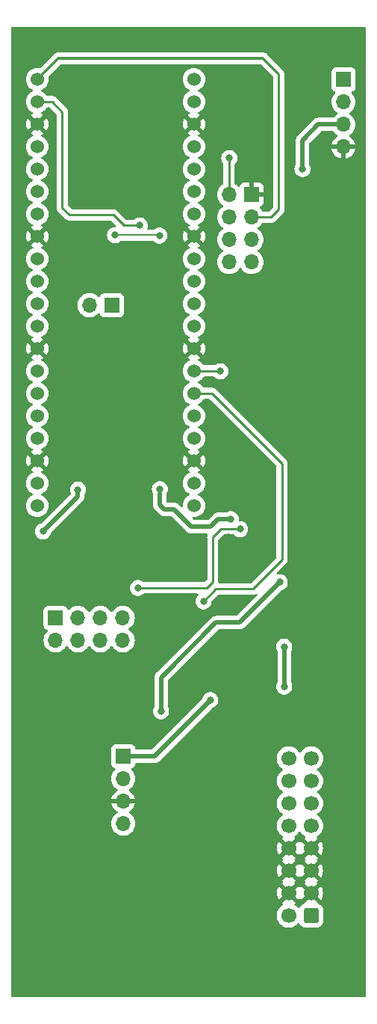
<source format=gbr>
%TF.GenerationSoftware,KiCad,Pcbnew,7.0.2-0*%
%TF.CreationDate,2023-05-29T21:13:20+02:00*%
%TF.ProjectId,dac-board,6461632d-626f-4617-9264-2e6b69636164,rev?*%
%TF.SameCoordinates,Original*%
%TF.FileFunction,Copper,L2,Bot*%
%TF.FilePolarity,Positive*%
%FSLAX46Y46*%
G04 Gerber Fmt 4.6, Leading zero omitted, Abs format (unit mm)*
G04 Created by KiCad (PCBNEW 7.0.2-0) date 2023-05-29 21:13:20*
%MOMM*%
%LPD*%
G01*
G04 APERTURE LIST*
G04 Aperture macros list*
%AMRoundRect*
0 Rectangle with rounded corners*
0 $1 Rounding radius*
0 $2 $3 $4 $5 $6 $7 $8 $9 X,Y pos of 4 corners*
0 Add a 4 corners polygon primitive as box body*
4,1,4,$2,$3,$4,$5,$6,$7,$8,$9,$2,$3,0*
0 Add four circle primitives for the rounded corners*
1,1,$1+$1,$2,$3*
1,1,$1+$1,$4,$5*
1,1,$1+$1,$6,$7*
1,1,$1+$1,$8,$9*
0 Add four rect primitives between the rounded corners*
20,1,$1+$1,$2,$3,$4,$5,0*
20,1,$1+$1,$4,$5,$6,$7,0*
20,1,$1+$1,$6,$7,$8,$9,0*
20,1,$1+$1,$8,$9,$2,$3,0*%
G04 Aperture macros list end*
%TA.AperFunction,ComponentPad*%
%ADD10R,1.700000X1.700000*%
%TD*%
%TA.AperFunction,ComponentPad*%
%ADD11O,1.700000X1.700000*%
%TD*%
%TA.AperFunction,ComponentPad*%
%ADD12C,1.524000*%
%TD*%
%TA.AperFunction,ComponentPad*%
%ADD13RoundRect,0.250000X0.600000X0.600000X-0.600000X0.600000X-0.600000X-0.600000X0.600000X-0.600000X0*%
%TD*%
%TA.AperFunction,ComponentPad*%
%ADD14C,1.700000*%
%TD*%
%TA.AperFunction,ViaPad*%
%ADD15C,0.800000*%
%TD*%
%TA.AperFunction,ViaPad*%
%ADD16C,3.600000*%
%TD*%
%TA.AperFunction,Conductor*%
%ADD17C,0.500000*%
%TD*%
%TA.AperFunction,Conductor*%
%ADD18C,0.250000*%
%TD*%
%TA.AperFunction,Conductor*%
%ADD19C,0.300000*%
%TD*%
%TA.AperFunction,Conductor*%
%ADD20C,0.200000*%
%TD*%
G04 APERTURE END LIST*
D10*
%TO.P,J6,1,Pin_1*%
%TO.N,/+5V*%
X128688981Y-129286000D03*
D11*
%TO.P,J6,2,Pin_2*%
%TO.N,/+12V*%
X128688981Y-131826000D03*
%TO.P,J6,3,Pin_3*%
%TO.N,GND*%
X128688981Y-134366000D03*
%TO.P,J6,4,Pin_4*%
%TO.N,/-12V*%
X128688981Y-136906000D03*
%TD*%
D12*
%TO.P,RPI1,1,GPIO0*%
%TO.N,/OLED SDA P*%
X118925000Y-52665000D03*
%TO.P,RPI1,2,GPIO1*%
%TO.N,/OLED SCL P*%
X118925000Y-55205000D03*
%TO.P,RPI1,3,GND*%
%TO.N,GND*%
X118925000Y-57745000D03*
%TO.P,RPI1,4,GPIO2*%
%TO.N,/GP2*%
X118925000Y-60285000D03*
%TO.P,RPI1,5,GPIO3*%
%TO.N,/GP3*%
X118925000Y-62825000D03*
%TO.P,RPI1,6,GPIO4*%
%TO.N,/BUTTON 1 P*%
X118925000Y-65365000D03*
%TO.P,RPI1,7,GPIO5*%
%TO.N,/BUTTON 2 P*%
X118925000Y-67905000D03*
%TO.P,RPI1,8,GND*%
%TO.N,GND*%
X118925000Y-70445000D03*
%TO.P,RPI1,9,GPIO6*%
%TO.N,unconnected-(RPI1-GPIO6-Pad9)*%
X118925000Y-72985000D03*
%TO.P,RPI1,10,GPIO7*%
%TO.N,unconnected-(RPI1-GPIO7-Pad10)*%
X118925000Y-75525000D03*
%TO.P,RPI1,11,GPIO8*%
%TO.N,unconnected-(RPI1-GPIO8-Pad11)*%
X118925000Y-78065000D03*
%TO.P,RPI1,12,GPIO9*%
%TO.N,unconnected-(RPI1-GPIO9-Pad12)*%
X118925000Y-80605000D03*
%TO.P,RPI1,13,GND*%
%TO.N,GND*%
X118925000Y-83145000D03*
%TO.P,RPI1,14,GPIO10*%
%TO.N,unconnected-(RPI1-GPIO10-Pad14)*%
X118925000Y-85685000D03*
%TO.P,RPI1,15,GPIO11*%
%TO.N,unconnected-(RPI1-GPIO11-Pad15)*%
X118925000Y-88225000D03*
%TO.P,RPI1,16,GPIO12*%
%TO.N,/DAC_RDY_JP*%
X118925000Y-90765000D03*
%TO.P,RPI1,17,GPIO13*%
%TO.N,/DAC_LDAC*%
X118925000Y-93305000D03*
%TO.P,RPI1,18,GND*%
%TO.N,GND*%
X118925000Y-95845000D03*
%TO.P,RPI1,19,GPIO14*%
%TO.N,/DAC_SDA*%
X118925000Y-98385000D03*
%TO.P,RPI1,20,GPIO15*%
%TO.N,/DAC_SCL*%
X118925000Y-100925000D03*
%TO.P,RPI1,21,GPIO16*%
%TO.N,unconnected-(RPI1-GPIO16-Pad21)*%
X136705000Y-100925000D03*
%TO.P,RPI1,22,GPIO17*%
%TO.N,unconnected-(RPI1-GPIO17-Pad22)*%
X136705000Y-98385000D03*
%TO.P,RPI1,23,GND*%
%TO.N,GND*%
X136705000Y-95845000D03*
%TO.P,RPI1,24,GPIO18*%
%TO.N,unconnected-(RPI1-GPIO18-Pad24)*%
X136705000Y-93305000D03*
%TO.P,RPI1,25,GPIO19*%
%TO.N,unconnected-(RPI1-GPIO19-Pad25)*%
X136705000Y-90765000D03*
%TO.P,RPI1,26,GPIO20*%
%TO.N,/PWM2*%
X136705000Y-88225000D03*
%TO.P,RPI1,27,GPIO21*%
%TO.N,/PWM1*%
X136705000Y-85685000D03*
%TO.P,RPI1,28,GND*%
%TO.N,GND*%
X136705000Y-83145000D03*
%TO.P,RPI1,29,GPIO22*%
%TO.N,/DIG_IN*%
X136705000Y-80605000D03*
%TO.P,RPI1,30,RUN*%
%TO.N,unconnected-(RPI1-RUN-Pad30)*%
X136705000Y-78065000D03*
%TO.P,RPI1,31,GPIO26_ADC0*%
%TO.N,/AN_IN*%
X136705000Y-75525000D03*
%TO.P,RPI1,32,GPIO27_ADC1*%
%TO.N,/KNOB 1 P*%
X136705000Y-72985000D03*
%TO.P,RPI1,33,AGND*%
%TO.N,GND*%
X136705000Y-70445000D03*
%TO.P,RPI1,34,GPIO28_ADC2*%
%TO.N,/KNOB 2 P*%
X136705000Y-67905000D03*
%TO.P,RPI1,35,ADC_VREF*%
%TO.N,/ADC_VREF*%
X136705000Y-65365000D03*
%TO.P,RPI1,36,3V3*%
%TO.N,/+3.3V P*%
X136705000Y-62825000D03*
%TO.P,RPI1,37,3V3_EN*%
%TO.N,unconnected-(RPI1-3V3_EN-Pad37)*%
X136705000Y-60285000D03*
%TO.P,RPI1,38,GND*%
%TO.N,GND*%
X136705000Y-57745000D03*
%TO.P,RPI1,39,VSYS*%
%TO.N,Net-(D2-K)*%
X136705000Y-55205000D03*
%TO.P,RPI1,40,VBUS*%
%TO.N,unconnected-(RPI1-VBUS-Pad40)*%
X136705000Y-52665000D03*
%TD*%
D13*
%TO.P,J1,1,Pin_1*%
%TO.N,/Euro-12*%
X149987000Y-147320000D03*
D14*
%TO.P,J1,2,Pin_2*%
X147447000Y-147320000D03*
%TO.P,J1,3,Pin_3*%
%TO.N,GND*%
X149987000Y-144780000D03*
%TO.P,J1,4,Pin_4*%
X147447000Y-144780000D03*
%TO.P,J1,5,Pin_5*%
X149987000Y-142240000D03*
%TO.P,J1,6,Pin_6*%
X147447000Y-142240000D03*
%TO.P,J1,7,Pin_7*%
X149987000Y-139700000D03*
%TO.P,J1,8,Pin_8*%
X147447000Y-139700000D03*
%TO.P,J1,9,Pin_9*%
%TO.N,/Euro+12*%
X149987000Y-137160000D03*
%TO.P,J1,10,Pin_10*%
X147447000Y-137160000D03*
%TO.P,J1,11,Pin_11*%
%TO.N,/Euro+5*%
X149987000Y-134620000D03*
%TO.P,J1,12,Pin_12*%
X147447000Y-134620000D03*
%TO.P,J1,13,Pin_13*%
%TO.N,unconnected-(J1-Pin_13-Pad13)*%
X149987000Y-132080000D03*
%TO.P,J1,14,Pin_14*%
%TO.N,unconnected-(J1-Pin_14-Pad14)*%
X147447000Y-132080000D03*
%TO.P,J1,15,Pin_15*%
%TO.N,unconnected-(J1-Pin_15-Pad15)*%
X149987000Y-129540000D03*
%TO.P,J1,16,Pin_16*%
%TO.N,unconnected-(J1-Pin_16-Pad16)*%
X147447000Y-129540000D03*
%TD*%
D10*
%TO.P,J4,1,Pin_1*%
%TO.N,/GP2*%
X153670000Y-52705000D03*
D11*
%TO.P,J4,2,Pin_2*%
%TO.N,/GP3*%
X153670000Y-55245000D03*
%TO.P,J4,3,Pin_3*%
%TO.N,/+3.3V P*%
X153670000Y-57785000D03*
%TO.P,J4,4,Pin_4*%
%TO.N,GND*%
X153670000Y-60325000D03*
%TD*%
D10*
%TO.P,J3,1,Pin_1*%
%TO.N,/OUTPUT 6 P*%
X121015000Y-113625000D03*
D11*
%TO.P,J3,2,Pin_2*%
%TO.N,/OUTPUT 5 P*%
X121015000Y-116165000D03*
%TO.P,J3,3,Pin_3*%
%TO.N,/OUTPUT 4 P*%
X123555000Y-113625000D03*
%TO.P,J3,4,Pin_4*%
%TO.N,/ANALOGUE IN P*%
X123555000Y-116165000D03*
%TO.P,J3,5,Pin_5*%
%TO.N,/OUTPUT 1 P*%
X126095000Y-113625000D03*
%TO.P,J3,6,Pin_6*%
%TO.N,/OUTPUT 2 P*%
X126095000Y-116165000D03*
%TO.P,J3,7,Pin_7*%
%TO.N,/OUTPUT 3 P*%
X128635000Y-113625000D03*
%TO.P,J3,8,Pin_8*%
%TO.N,/DIGITAL IN P*%
X128635000Y-116165000D03*
%TD*%
D10*
%TO.P,J2,1,Pin_1*%
%TO.N,GND*%
X143235000Y-65725000D03*
D11*
%TO.P,J2,2,Pin_2*%
%TO.N,/BUTTON 1 P*%
X140695000Y-65725000D03*
%TO.P,J2,3,Pin_3*%
%TO.N,/OLED SDA P*%
X143235000Y-68265000D03*
%TO.P,J2,4,Pin_4*%
%TO.N,/OLED SCL P*%
X140695000Y-68265000D03*
%TO.P,J2,5,Pin_5*%
%TO.N,/KNOB 2 P*%
X143235000Y-70805000D03*
%TO.P,J2,6,Pin_6*%
%TO.N,/KNOB 1 P*%
X140695000Y-70805000D03*
%TO.P,J2,7,Pin_7*%
%TO.N,/BUTTON 2 P*%
X143235000Y-73345000D03*
%TO.P,J2,8,Pin_8*%
%TO.N,/+3.3V P*%
X140695000Y-73345000D03*
%TD*%
D10*
%TO.P,J5,1,Pin_1*%
%TO.N,/DAC_RDY*%
X127381000Y-78232000D03*
D11*
%TO.P,J5,2,Pin_2*%
%TO.N,/DAC_RDY_JP*%
X124841000Y-78232000D03*
%TD*%
D15*
%TO.N,/+5V*%
X138557000Y-122936000D03*
%TO.N,GND*%
X130149600Y-90474800D03*
X139827000Y-109093000D03*
X139446000Y-127508000D03*
X139573000Y-146939000D03*
X138430000Y-136271000D03*
X126365000Y-106680000D03*
X141732000Y-134112000D03*
X131085977Y-86642823D03*
X140589000Y-116332000D03*
X134239000Y-99058000D03*
X139573000Y-153416000D03*
X140589000Y-104521000D03*
X131318000Y-91186000D03*
X138430000Y-133477000D03*
X138430000Y-149987000D03*
X130606800Y-75692000D03*
X128905000Y-66421000D03*
X141833600Y-101346000D03*
X148082000Y-94361000D03*
D16*
X136042400Y-106807000D03*
D15*
X138430000Y-130683000D03*
X122021600Y-99060000D03*
X122529600Y-102920800D03*
X151257000Y-112649000D03*
X151130000Y-109220000D03*
X134112000Y-102920800D03*
X139446000Y-139446000D03*
X124968000Y-91186000D03*
X130175000Y-106680000D03*
X139827000Y-111760000D03*
X131978400Y-60858400D03*
X141732000Y-132842000D03*
X141859000Y-100076000D03*
%TO.N,/PWM1*%
X139700000Y-85725000D03*
%TO.N,/PWM2*%
X137795000Y-111760000D03*
%TO.N,/OLED SCL P*%
X130556000Y-69215000D03*
%TO.N,/BUTTON 1 P*%
X140716000Y-61595000D03*
%TO.N,/BUTTON 2 P*%
X127762000Y-70307200D03*
X132791200Y-70358000D03*
%TO.N,/OUTPUT 1 P*%
X130352800Y-110236000D03*
X141935200Y-103581200D03*
%TO.N,/+12V*%
X123545600Y-99110800D03*
X146939000Y-116890800D03*
X146939000Y-121412000D03*
X119583200Y-103835200D03*
%TO.N,/-12V*%
X132969000Y-124206000D03*
X132842000Y-99060000D03*
X146431000Y-109601000D03*
X140868400Y-102463600D03*
%TO.N,/+3.3V P*%
X149011000Y-62825000D03*
%TD*%
D17*
%TO.N,/+5V*%
X138557000Y-122936000D02*
X132207000Y-129286000D01*
X132270381Y-129286000D02*
X128688981Y-129286000D01*
D18*
%TO.N,/OLED SCL P*%
X127152400Y-68021200D02*
X127558800Y-68021200D01*
X127558800Y-68021200D02*
X128752600Y-69215000D01*
X128752600Y-69215000D02*
X130556000Y-69215000D01*
X127152400Y-68021200D02*
X122580400Y-68021200D01*
%TO.N,/PWM1*%
X139660000Y-85685000D02*
X136705000Y-85685000D01*
X139700000Y-85725000D02*
X139660000Y-85685000D01*
%TO.N,/PWM2*%
X137795000Y-111760000D02*
X139192000Y-110363000D01*
X138125200Y-88225000D02*
X138745600Y-88225000D01*
X136705000Y-88225000D02*
X138125200Y-88225000D01*
X138745600Y-88225000D02*
X146685000Y-96164400D01*
X143383000Y-110363000D02*
X146685000Y-107061000D01*
X139192000Y-110363000D02*
X143383000Y-110363000D01*
X146685000Y-107061000D02*
X146685000Y-96164400D01*
D19*
%TO.N,/OLED SDA P*%
X144526000Y-50292000D02*
X144576800Y-50342800D01*
D18*
X143235000Y-68265000D02*
X145476000Y-68265000D01*
D19*
X118925000Y-52665000D02*
X121298000Y-50292000D01*
D18*
X146304000Y-52070000D02*
X144576800Y-50342800D01*
X146304000Y-67437000D02*
X146304000Y-52070000D01*
X145476000Y-68265000D02*
X146304000Y-67437000D01*
D19*
X121298000Y-50292000D02*
X144526000Y-50292000D01*
D18*
%TO.N,/OLED SCL P*%
X121767600Y-56362600D02*
X120610000Y-55205000D01*
X122580400Y-68021200D02*
X121767600Y-67208400D01*
X120610000Y-55205000D02*
X118925000Y-55205000D01*
X121767600Y-67208400D02*
X121767600Y-56362600D01*
%TO.N,/BUTTON 1 P*%
X140695000Y-65725000D02*
X140695000Y-61616000D01*
X140695000Y-61616000D02*
X140716000Y-61595000D01*
D20*
%TO.N,/BUTTON 2 P*%
X127762000Y-70307200D02*
X132740400Y-70307200D01*
X132740400Y-70307200D02*
X132791200Y-70358000D01*
D18*
%TO.N,/OUTPUT 1 P*%
X138836400Y-104495600D02*
X138836400Y-109524800D01*
X141884400Y-103530400D02*
X139801600Y-103530400D01*
X138836400Y-109524800D02*
X138125200Y-110236000D01*
X139801600Y-103530400D02*
X138836400Y-104495600D01*
X141935200Y-103581200D02*
X141884400Y-103530400D01*
X138125200Y-110236000D02*
X130352800Y-110236000D01*
D17*
%TO.N,/+12V*%
X123545600Y-99110800D02*
X123545600Y-99872800D01*
X146939000Y-116890800D02*
X146939000Y-121412000D01*
X123545600Y-99872800D02*
X119583200Y-103835200D01*
%TO.N,/-12V*%
X133350000Y-101346000D02*
X134416800Y-101346000D01*
X132842000Y-100838000D02*
X133350000Y-101346000D01*
X139192000Y-114173000D02*
X132969000Y-120396000D01*
X134416800Y-101346000D02*
X136398000Y-103327200D01*
X139446000Y-102463600D02*
X138582400Y-103327200D01*
X136398000Y-103327200D02*
X138582400Y-103327200D01*
X132842000Y-99568000D02*
X132842000Y-100838000D01*
X139192000Y-114173000D02*
X141859000Y-114173000D01*
X141859000Y-114173000D02*
X146431000Y-109601000D01*
X140868400Y-102463600D02*
X139446000Y-102463600D01*
X132969000Y-120396000D02*
X132969000Y-124206000D01*
%TO.N,/+3.3V P*%
X149011000Y-59573800D02*
X149011000Y-62825000D01*
X153670000Y-57785000D02*
X150799800Y-57785000D01*
X150799800Y-57785000D02*
X149011000Y-59573800D01*
%TD*%
%TA.AperFunction,Conductor*%
%TO.N,GND*%
G36*
X138498873Y-88878185D02*
G01*
X138519515Y-88894819D01*
X146015181Y-96390485D01*
X146048666Y-96451808D01*
X146051500Y-96478166D01*
X146051500Y-106747233D01*
X146031815Y-106814272D01*
X146015181Y-106834914D01*
X143156914Y-109693181D01*
X143095591Y-109726666D01*
X143069233Y-109729500D01*
X139593900Y-109729500D01*
X139526861Y-109709815D01*
X139481106Y-109657011D01*
X139469900Y-109605500D01*
X139469900Y-109584414D01*
X139471427Y-109565014D01*
X139474620Y-109544857D01*
X139470450Y-109500742D01*
X139469900Y-109489073D01*
X139469900Y-104809366D01*
X139489585Y-104742327D01*
X139506219Y-104721685D01*
X140027686Y-104200219D01*
X140089009Y-104166734D01*
X140115367Y-104163900D01*
X141182151Y-104163900D01*
X141249190Y-104183585D01*
X141274299Y-104204926D01*
X141323947Y-104260066D01*
X141463159Y-104361210D01*
X141478448Y-104372318D01*
X141652914Y-104449995D01*
X141839711Y-104489700D01*
X141839713Y-104489700D01*
X142030689Y-104489700D01*
X142217485Y-104449995D01*
X142217486Y-104449994D01*
X142217488Y-104449994D01*
X142391952Y-104372318D01*
X142546453Y-104260066D01*
X142674240Y-104118144D01*
X142681607Y-104105385D01*
X142769727Y-103952756D01*
X142769726Y-103952755D01*
X142828742Y-103771128D01*
X142848704Y-103581200D01*
X142828742Y-103391272D01*
X142769727Y-103209644D01*
X142769727Y-103209643D01*
X142674242Y-103044258D01*
X142654642Y-103022491D01*
X142546453Y-102902334D01*
X142391952Y-102790082D01*
X142391951Y-102790081D01*
X142217485Y-102712404D01*
X142030689Y-102672700D01*
X142030687Y-102672700D01*
X141897643Y-102672700D01*
X141830604Y-102653015D01*
X141784849Y-102600211D01*
X141774322Y-102535739D01*
X141774675Y-102532381D01*
X141781904Y-102463600D01*
X141761942Y-102273672D01*
X141718775Y-102140819D01*
X141702927Y-102092043D01*
X141607442Y-101926658D01*
X141563414Y-101877760D01*
X141479653Y-101784734D01*
X141363384Y-101700259D01*
X141325151Y-101672481D01*
X141150685Y-101594804D01*
X140963889Y-101555100D01*
X140963887Y-101555100D01*
X140772913Y-101555100D01*
X140772911Y-101555100D01*
X140586114Y-101594804D01*
X140411646Y-101672482D01*
X140399348Y-101681418D01*
X140333542Y-101704898D01*
X140326463Y-101705100D01*
X139510295Y-101705100D01*
X139492325Y-101703791D01*
X139478233Y-101701727D01*
X139468211Y-101700259D01*
X139468210Y-101700259D01*
X139418274Y-101704628D01*
X139407467Y-101705100D01*
X139401820Y-101705100D01*
X139398258Y-101705516D01*
X139398246Y-101705517D01*
X139370682Y-101708739D01*
X139367097Y-101709105D01*
X139290419Y-101715814D01*
X139270973Y-101720124D01*
X139198652Y-101746447D01*
X139195249Y-101747630D01*
X139122160Y-101771850D01*
X139104239Y-101780525D01*
X139039901Y-101822841D01*
X139036861Y-101824778D01*
X138971359Y-101865180D01*
X138955916Y-101877760D01*
X138903052Y-101933791D01*
X138900541Y-101936376D01*
X138304538Y-102532381D01*
X138243215Y-102565866D01*
X138216857Y-102568700D01*
X136763543Y-102568700D01*
X136696504Y-102549015D01*
X136675862Y-102532381D01*
X136550109Y-102406628D01*
X136516624Y-102345305D01*
X136521608Y-102275613D01*
X136563480Y-102219680D01*
X136628944Y-102195263D01*
X136648597Y-102195419D01*
X136705000Y-102200353D01*
X136926463Y-102180978D01*
X137141196Y-102123440D01*
X137342677Y-102029488D01*
X137524781Y-101901977D01*
X137681977Y-101744781D01*
X137809488Y-101562677D01*
X137903440Y-101361196D01*
X137960978Y-101146463D01*
X137980353Y-100925000D01*
X137960978Y-100703537D01*
X137903440Y-100488804D01*
X137809488Y-100287324D01*
X137681977Y-100105219D01*
X137524781Y-99948023D01*
X137342677Y-99820512D01*
X137228738Y-99767381D01*
X137176300Y-99721210D01*
X137157148Y-99654016D01*
X137177364Y-99587135D01*
X137228739Y-99542618D01*
X137342677Y-99489488D01*
X137524781Y-99361977D01*
X137681977Y-99204781D01*
X137809488Y-99022677D01*
X137903440Y-98821196D01*
X137960978Y-98606463D01*
X137980353Y-98385000D01*
X137960978Y-98163537D01*
X137903440Y-97948804D01*
X137809488Y-97747324D01*
X137681977Y-97565219D01*
X137524781Y-97408023D01*
X137342677Y-97280512D01*
X137298869Y-97260084D01*
X137218683Y-97222692D01*
X137166244Y-97176519D01*
X137147092Y-97109326D01*
X137167308Y-97042445D01*
X137218684Y-96997927D01*
X137338412Y-96942097D01*
X137403187Y-96896740D01*
X136732448Y-96226000D01*
X136736569Y-96226000D01*
X136830421Y-96210339D01*
X136942251Y-96149820D01*
X137028371Y-96056269D01*
X137079448Y-95939823D01*
X137085105Y-95871552D01*
X137756740Y-96543186D01*
X137802100Y-96478408D01*
X137895420Y-96278281D01*
X137952575Y-96064978D01*
X137971821Y-95845000D01*
X137952575Y-95625021D01*
X137895421Y-95411720D01*
X137802098Y-95211589D01*
X137756740Y-95146811D01*
X137089903Y-95813648D01*
X137089949Y-95813102D01*
X137058734Y-95689838D01*
X136989187Y-95583388D01*
X136888843Y-95505287D01*
X136768578Y-95464000D01*
X136732447Y-95464000D01*
X137403187Y-94793258D01*
X137338406Y-94747898D01*
X137218683Y-94692071D01*
X137166243Y-94645899D01*
X137147091Y-94578706D01*
X137167307Y-94511824D01*
X137218682Y-94467307D01*
X137342677Y-94409488D01*
X137524781Y-94281977D01*
X137681977Y-94124781D01*
X137809488Y-93942677D01*
X137903440Y-93741196D01*
X137960978Y-93526463D01*
X137980353Y-93305000D01*
X137960978Y-93083537D01*
X137903440Y-92868804D01*
X137809488Y-92667324D01*
X137681977Y-92485219D01*
X137524781Y-92328023D01*
X137342677Y-92200512D01*
X137228738Y-92147381D01*
X137176300Y-92101210D01*
X137157148Y-92034016D01*
X137177364Y-91967135D01*
X137228739Y-91922618D01*
X137342677Y-91869488D01*
X137524781Y-91741977D01*
X137681977Y-91584781D01*
X137809488Y-91402677D01*
X137903440Y-91201196D01*
X137960978Y-90986463D01*
X137980353Y-90765000D01*
X137960978Y-90543537D01*
X137903440Y-90328804D01*
X137809488Y-90127324D01*
X137681977Y-89945219D01*
X137524781Y-89788023D01*
X137342677Y-89660512D01*
X137228738Y-89607381D01*
X137176300Y-89561210D01*
X137157148Y-89494016D01*
X137177364Y-89427135D01*
X137228739Y-89382618D01*
X137342677Y-89329488D01*
X137524781Y-89201977D01*
X137681977Y-89044781D01*
X137775389Y-88911375D01*
X137829965Y-88867751D01*
X137876963Y-88858500D01*
X138045170Y-88858500D01*
X138431834Y-88858500D01*
X138498873Y-88878185D01*
G37*
%TD.AperFunction*%
%TA.AperFunction,Conductor*%
G36*
X149527507Y-144989844D02*
G01*
X149605239Y-145110798D01*
X149713900Y-145204952D01*
X149844685Y-145264680D01*
X149854466Y-145266086D01*
X149218251Y-145902299D01*
X149210070Y-145943004D01*
X149161454Y-145993186D01*
X149139315Y-146003015D01*
X149064262Y-146027885D01*
X148913345Y-146120971D01*
X148787971Y-146246345D01*
X148694884Y-146397264D01*
X148694751Y-146397667D01*
X148693698Y-146399186D01*
X148687277Y-146409598D01*
X148686725Y-146409257D01*
X148654976Y-146455110D01*
X148590460Y-146481931D01*
X148521684Y-146469614D01*
X148485817Y-146442642D01*
X148370242Y-146317096D01*
X148370241Y-146317095D01*
X148370240Y-146317094D01*
X148251797Y-146224905D01*
X148192575Y-146178810D01*
X148149302Y-146155392D01*
X148099712Y-146106172D01*
X148084605Y-146037955D01*
X148108776Y-145972400D01*
X148137198Y-145944763D01*
X148208373Y-145894925D01*
X147579533Y-145266086D01*
X147589315Y-145264680D01*
X147720100Y-145204952D01*
X147828761Y-145110798D01*
X147906493Y-144989844D01*
X147930076Y-144909524D01*
X148561925Y-145541373D01*
X148615424Y-145464969D01*
X148670001Y-145421344D01*
X148739499Y-145414150D01*
X148801854Y-145445673D01*
X148818574Y-145464969D01*
X148872072Y-145541373D01*
X148872073Y-145541373D01*
X149503923Y-144909523D01*
X149527507Y-144989844D01*
G37*
%TD.AperFunction*%
%TA.AperFunction,Conductor*%
G36*
X149527507Y-142449844D02*
G01*
X149605239Y-142570798D01*
X149713900Y-142664952D01*
X149844685Y-142724680D01*
X149854466Y-142726086D01*
X149225625Y-143354925D01*
X149302031Y-143408425D01*
X149345655Y-143463002D01*
X149352848Y-143532501D01*
X149321326Y-143594855D01*
X149302029Y-143611576D01*
X149225625Y-143665072D01*
X149854466Y-144293913D01*
X149844685Y-144295320D01*
X149713900Y-144355048D01*
X149605239Y-144449202D01*
X149527507Y-144570156D01*
X149503923Y-144650476D01*
X148872072Y-144018625D01*
X148818576Y-144095030D01*
X148764000Y-144138656D01*
X148694501Y-144145850D01*
X148632146Y-144114328D01*
X148615425Y-144095031D01*
X148561926Y-144018626D01*
X148561925Y-144018625D01*
X147930076Y-144650475D01*
X147906493Y-144570156D01*
X147828761Y-144449202D01*
X147720100Y-144355048D01*
X147589315Y-144295320D01*
X147579533Y-144293913D01*
X148208373Y-143665073D01*
X148208373Y-143665072D01*
X148131969Y-143611574D01*
X148088344Y-143556997D01*
X148081150Y-143487499D01*
X148112673Y-143425144D01*
X148131969Y-143408424D01*
X148208373Y-143354925D01*
X147579533Y-142726086D01*
X147589315Y-142724680D01*
X147720100Y-142664952D01*
X147828761Y-142570798D01*
X147906493Y-142449844D01*
X147930076Y-142369524D01*
X148561925Y-143001373D01*
X148615424Y-142924969D01*
X148670001Y-142881344D01*
X148739499Y-142874150D01*
X148801854Y-142905673D01*
X148818574Y-142924969D01*
X148872072Y-143001373D01*
X148872073Y-143001373D01*
X149503923Y-142369523D01*
X149527507Y-142449844D01*
G37*
%TD.AperFunction*%
%TA.AperFunction,Conductor*%
G36*
X149527507Y-139909844D02*
G01*
X149605239Y-140030798D01*
X149713900Y-140124952D01*
X149844685Y-140184680D01*
X149854466Y-140186086D01*
X149225625Y-140814925D01*
X149302031Y-140868425D01*
X149345655Y-140923002D01*
X149352848Y-140992501D01*
X149321326Y-141054855D01*
X149302029Y-141071576D01*
X149225625Y-141125072D01*
X149854466Y-141753913D01*
X149844685Y-141755320D01*
X149713900Y-141815048D01*
X149605239Y-141909202D01*
X149527507Y-142030156D01*
X149503923Y-142110474D01*
X148872073Y-141478625D01*
X148872072Y-141478626D01*
X148818574Y-141555030D01*
X148763998Y-141598655D01*
X148694499Y-141605849D01*
X148632144Y-141574326D01*
X148615424Y-141555030D01*
X148561925Y-141478626D01*
X148561925Y-141478625D01*
X147930076Y-142110475D01*
X147906493Y-142030156D01*
X147828761Y-141909202D01*
X147720100Y-141815048D01*
X147589315Y-141755320D01*
X147579533Y-141753913D01*
X148208373Y-141125073D01*
X148208373Y-141125072D01*
X148131969Y-141071574D01*
X148088344Y-141016997D01*
X148081150Y-140947499D01*
X148112673Y-140885144D01*
X148131969Y-140868424D01*
X148208373Y-140814925D01*
X147579533Y-140186086D01*
X147589315Y-140184680D01*
X147720100Y-140124952D01*
X147828761Y-140030798D01*
X147906493Y-139909844D01*
X147930076Y-139829524D01*
X148561925Y-140461373D01*
X148615424Y-140384969D01*
X148670001Y-140341344D01*
X148739499Y-140334150D01*
X148801854Y-140365673D01*
X148818574Y-140384969D01*
X148872072Y-140461373D01*
X148872073Y-140461373D01*
X149503923Y-139829523D01*
X149527507Y-139909844D01*
G37*
%TD.AperFunction*%
%TA.AperFunction,Conductor*%
G36*
X148798905Y-137833516D02*
G01*
X148820809Y-137858795D01*
X148853547Y-137908905D01*
X148911278Y-137997268D01*
X149063760Y-138162906D01*
X149241424Y-138301189D01*
X149284697Y-138324607D01*
X149334287Y-138373825D01*
X149349395Y-138442042D01*
X149325225Y-138507598D01*
X149296801Y-138535237D01*
X149225625Y-138585072D01*
X149854466Y-139213913D01*
X149844685Y-139215320D01*
X149713900Y-139275048D01*
X149605239Y-139369202D01*
X149527507Y-139490156D01*
X149503923Y-139570475D01*
X148872073Y-138938625D01*
X148872071Y-138938626D01*
X148818574Y-139015030D01*
X148763998Y-139058655D01*
X148694499Y-139065849D01*
X148632144Y-139034326D01*
X148615424Y-139015030D01*
X148561925Y-138938626D01*
X148561925Y-138938625D01*
X147930076Y-139570475D01*
X147906493Y-139490156D01*
X147828761Y-139369202D01*
X147720100Y-139275048D01*
X147589315Y-139215320D01*
X147579533Y-139213913D01*
X148208373Y-138585073D01*
X148208373Y-138585072D01*
X148137198Y-138535235D01*
X148093573Y-138480658D01*
X148086379Y-138411160D01*
X148117902Y-138348805D01*
X148149296Y-138324610D01*
X148192576Y-138301189D01*
X148370240Y-138162906D01*
X148522722Y-137997268D01*
X148613190Y-137858795D01*
X148666337Y-137813438D01*
X148735569Y-137804014D01*
X148798905Y-137833516D01*
G37*
%TD.AperFunction*%
%TA.AperFunction,Conductor*%
G36*
X156117539Y-46735185D02*
G01*
X156163294Y-46787989D01*
X156174500Y-46839500D01*
X156174500Y-156467000D01*
X156154815Y-156534039D01*
X156102011Y-156579794D01*
X156050500Y-156591000D01*
X116099500Y-156591000D01*
X116032461Y-156571315D01*
X115986706Y-156518511D01*
X115975500Y-156467000D01*
X115975500Y-147320000D01*
X146083843Y-147320000D01*
X146102435Y-147544363D01*
X146157705Y-147762618D01*
X146248138Y-147968788D01*
X146248140Y-147968791D01*
X146371278Y-148157268D01*
X146523760Y-148322906D01*
X146701424Y-148461189D01*
X146899426Y-148568342D01*
X147112365Y-148641444D01*
X147334431Y-148678500D01*
X147559569Y-148678500D01*
X147781635Y-148641444D01*
X147994574Y-148568342D01*
X148192576Y-148461189D01*
X148370240Y-148322906D01*
X148485818Y-148197355D01*
X148545703Y-148161366D01*
X148615542Y-148163467D01*
X148673158Y-148202991D01*
X148694750Y-148242332D01*
X148694885Y-148242738D01*
X148773149Y-148369624D01*
X148787971Y-148393654D01*
X148913345Y-148519028D01*
X148913347Y-148519029D01*
X148913348Y-148519030D01*
X149064262Y-148612115D01*
X149148417Y-148640000D01*
X149232573Y-148667887D01*
X149278602Y-148672589D01*
X149336455Y-148678500D01*
X150637544Y-148678499D01*
X150741426Y-148667887D01*
X150909738Y-148612115D01*
X151060652Y-148519030D01*
X151186030Y-148393652D01*
X151279115Y-148242738D01*
X151334887Y-148074426D01*
X151345500Y-147970545D01*
X151345499Y-146669456D01*
X151334887Y-146565574D01*
X151279115Y-146397262D01*
X151186030Y-146246348D01*
X151186029Y-146246347D01*
X151186028Y-146246345D01*
X151060654Y-146120971D01*
X150909736Y-146027884D01*
X150834684Y-146003015D01*
X150777239Y-145963243D01*
X150750416Y-145898727D01*
X150750397Y-145896949D01*
X150119533Y-145266086D01*
X150129315Y-145264680D01*
X150260100Y-145204952D01*
X150368761Y-145110798D01*
X150446493Y-144989844D01*
X150470076Y-144909524D01*
X151101925Y-145541373D01*
X151160600Y-145457576D01*
X151260430Y-145243492D01*
X151321569Y-145015318D01*
X151342157Y-144780000D01*
X151321569Y-144544681D01*
X151260430Y-144316507D01*
X151160599Y-144102421D01*
X151101926Y-144018626D01*
X151101925Y-144018625D01*
X150470076Y-144650475D01*
X150446493Y-144570156D01*
X150368761Y-144449202D01*
X150260100Y-144355048D01*
X150129315Y-144295320D01*
X150119533Y-144293913D01*
X150748373Y-143665073D01*
X150748373Y-143665072D01*
X150671969Y-143611574D01*
X150628344Y-143556997D01*
X150621150Y-143487499D01*
X150652673Y-143425144D01*
X150671969Y-143408424D01*
X150748373Y-143354925D01*
X150119533Y-142726086D01*
X150129315Y-142724680D01*
X150260100Y-142664952D01*
X150368761Y-142570798D01*
X150446493Y-142449844D01*
X150470076Y-142369524D01*
X151101925Y-143001373D01*
X151160600Y-142917576D01*
X151260430Y-142703492D01*
X151321569Y-142475318D01*
X151342157Y-142240000D01*
X151321569Y-142004681D01*
X151260430Y-141776507D01*
X151160599Y-141562421D01*
X151101926Y-141478626D01*
X151101925Y-141478625D01*
X150470076Y-142110475D01*
X150446493Y-142030156D01*
X150368761Y-141909202D01*
X150260100Y-141815048D01*
X150129315Y-141755320D01*
X150119533Y-141753913D01*
X150748373Y-141125073D01*
X150748373Y-141125072D01*
X150671969Y-141071574D01*
X150628344Y-141016997D01*
X150621150Y-140947499D01*
X150652673Y-140885144D01*
X150671969Y-140868424D01*
X150748373Y-140814925D01*
X150119533Y-140186086D01*
X150129315Y-140184680D01*
X150260100Y-140124952D01*
X150368761Y-140030798D01*
X150446493Y-139909844D01*
X150470076Y-139829524D01*
X151101925Y-140461373D01*
X151160600Y-140377576D01*
X151260430Y-140163492D01*
X151321569Y-139935318D01*
X151342157Y-139699999D01*
X151321569Y-139464681D01*
X151260430Y-139236507D01*
X151160599Y-139022421D01*
X151101926Y-138938626D01*
X151101925Y-138938625D01*
X150470076Y-139570475D01*
X150446493Y-139490156D01*
X150368761Y-139369202D01*
X150260100Y-139275048D01*
X150129315Y-139215320D01*
X150119533Y-139213913D01*
X150748373Y-138585073D01*
X150748373Y-138585072D01*
X150677198Y-138535235D01*
X150633573Y-138480658D01*
X150626379Y-138411160D01*
X150657902Y-138348805D01*
X150689296Y-138324610D01*
X150732576Y-138301189D01*
X150910240Y-138162906D01*
X151062722Y-137997268D01*
X151185860Y-137808791D01*
X151276296Y-137602616D01*
X151331564Y-137384368D01*
X151350156Y-137160000D01*
X151331564Y-136935632D01*
X151276296Y-136717384D01*
X151185860Y-136511209D01*
X151062722Y-136322732D01*
X150910240Y-136157094D01*
X150732576Y-136018811D01*
X150696067Y-135999053D01*
X150646478Y-135949836D01*
X150631370Y-135881619D01*
X150655540Y-135816063D01*
X150696067Y-135780946D01*
X150732576Y-135761189D01*
X150910240Y-135622906D01*
X151062722Y-135457268D01*
X151185860Y-135268791D01*
X151276296Y-135062616D01*
X151331564Y-134844368D01*
X151350156Y-134620000D01*
X151331564Y-134395632D01*
X151276296Y-134177384D01*
X151185860Y-133971209D01*
X151062722Y-133782732D01*
X150910240Y-133617094D01*
X150732576Y-133478811D01*
X150732575Y-133478810D01*
X150696067Y-133459053D01*
X150646477Y-133409833D01*
X150631370Y-133341616D01*
X150655541Y-133276061D01*
X150696066Y-133240946D01*
X150732576Y-133221189D01*
X150910240Y-133082906D01*
X151062722Y-132917268D01*
X151185860Y-132728791D01*
X151276296Y-132522616D01*
X151331564Y-132304368D01*
X151350156Y-132080000D01*
X151331564Y-131855632D01*
X151276296Y-131637384D01*
X151185860Y-131431209D01*
X151062722Y-131242732D01*
X150910240Y-131077094D01*
X150732576Y-130938811D01*
X150732575Y-130938810D01*
X150696067Y-130919053D01*
X150646477Y-130869833D01*
X150631370Y-130801616D01*
X150655541Y-130736061D01*
X150696066Y-130700946D01*
X150732576Y-130681189D01*
X150910240Y-130542906D01*
X151062722Y-130377268D01*
X151185860Y-130188791D01*
X151276296Y-129982616D01*
X151331564Y-129764368D01*
X151350156Y-129540000D01*
X151331564Y-129315632D01*
X151276296Y-129097384D01*
X151185860Y-128891209D01*
X151062722Y-128702732D01*
X150910240Y-128537094D01*
X150732576Y-128398811D01*
X150534574Y-128291658D01*
X150534573Y-128291657D01*
X150534572Y-128291657D01*
X150321636Y-128218556D01*
X150099569Y-128181500D01*
X149874431Y-128181500D01*
X149652363Y-128218556D01*
X149439427Y-128291657D01*
X149241424Y-128398811D01*
X149063760Y-128537094D01*
X148911279Y-128702730D01*
X148820809Y-128841205D01*
X148767662Y-128886561D01*
X148698431Y-128895985D01*
X148635095Y-128866483D01*
X148613191Y-128841205D01*
X148593043Y-128810367D01*
X148522722Y-128702732D01*
X148370240Y-128537094D01*
X148192576Y-128398811D01*
X147994574Y-128291658D01*
X147994573Y-128291657D01*
X147994572Y-128291657D01*
X147781636Y-128218556D01*
X147559569Y-128181500D01*
X147334431Y-128181500D01*
X147112363Y-128218556D01*
X146899427Y-128291657D01*
X146701424Y-128398811D01*
X146523760Y-128537094D01*
X146371279Y-128702730D01*
X146248138Y-128891211D01*
X146157705Y-129097381D01*
X146102435Y-129315636D01*
X146083843Y-129540000D01*
X146102435Y-129764363D01*
X146102435Y-129764366D01*
X146102436Y-129764368D01*
X146129439Y-129871001D01*
X146157705Y-129982618D01*
X146248138Y-130188788D01*
X146248140Y-130188791D01*
X146371278Y-130377268D01*
X146523760Y-130542906D01*
X146701424Y-130681189D01*
X146737930Y-130700945D01*
X146787520Y-130750162D01*
X146802630Y-130818379D01*
X146778459Y-130883935D01*
X146737933Y-130919052D01*
X146701427Y-130938809D01*
X146523760Y-131077094D01*
X146371279Y-131242730D01*
X146248138Y-131431211D01*
X146157705Y-131637381D01*
X146102435Y-131855636D01*
X146083843Y-132079999D01*
X146102435Y-132304363D01*
X146102435Y-132304366D01*
X146102436Y-132304368D01*
X146145592Y-132474788D01*
X146157705Y-132522618D01*
X146248138Y-132728788D01*
X146248140Y-132728791D01*
X146371278Y-132917268D01*
X146523760Y-133082906D01*
X146701424Y-133221189D01*
X146737930Y-133240945D01*
X146787520Y-133290162D01*
X146802630Y-133358379D01*
X146778459Y-133423935D01*
X146737933Y-133459052D01*
X146701427Y-133478809D01*
X146523760Y-133617094D01*
X146371279Y-133782730D01*
X146248138Y-133971211D01*
X146157705Y-134177381D01*
X146102435Y-134395636D01*
X146083843Y-134620000D01*
X146102435Y-134844363D01*
X146102435Y-134844366D01*
X146102436Y-134844368D01*
X146152882Y-135043576D01*
X146157705Y-135062618D01*
X146248138Y-135268788D01*
X146248140Y-135268791D01*
X146371278Y-135457268D01*
X146523760Y-135622906D01*
X146701424Y-135761189D01*
X146701426Y-135761190D01*
X146737931Y-135780946D01*
X146787521Y-135830165D01*
X146802629Y-135898382D01*
X146778458Y-135963937D01*
X146737931Y-135999054D01*
X146701426Y-136018809D01*
X146523760Y-136157094D01*
X146371279Y-136322730D01*
X146248138Y-136511211D01*
X146157705Y-136717381D01*
X146102435Y-136935636D01*
X146083843Y-137160000D01*
X146102435Y-137384363D01*
X146102435Y-137384366D01*
X146102436Y-137384368D01*
X146145592Y-137554788D01*
X146157705Y-137602618D01*
X146248138Y-137808788D01*
X146248140Y-137808791D01*
X146371278Y-137997268D01*
X146523760Y-138162906D01*
X146701424Y-138301189D01*
X146744697Y-138324607D01*
X146794287Y-138373825D01*
X146809395Y-138442042D01*
X146785225Y-138507598D01*
X146756801Y-138535237D01*
X146685625Y-138585072D01*
X147314466Y-139213913D01*
X147304685Y-139215320D01*
X147173900Y-139275048D01*
X147065239Y-139369202D01*
X146987507Y-139490156D01*
X146963923Y-139570476D01*
X146332072Y-138938625D01*
X146273399Y-139022422D01*
X146173569Y-139236507D01*
X146112430Y-139464681D01*
X146091842Y-139700000D01*
X146112430Y-139935318D01*
X146173569Y-140163492D01*
X146273400Y-140377580D01*
X146332073Y-140461373D01*
X146963923Y-139829523D01*
X146987507Y-139909844D01*
X147065239Y-140030798D01*
X147173900Y-140124952D01*
X147304685Y-140184680D01*
X147314466Y-140186086D01*
X146685625Y-140814925D01*
X146762031Y-140868425D01*
X146805655Y-140923002D01*
X146812848Y-140992501D01*
X146781326Y-141054855D01*
X146762029Y-141071576D01*
X146685625Y-141125072D01*
X147314466Y-141753913D01*
X147304685Y-141755320D01*
X147173900Y-141815048D01*
X147065239Y-141909202D01*
X146987507Y-142030156D01*
X146963923Y-142110474D01*
X146332073Y-141478625D01*
X146332072Y-141478625D01*
X146273399Y-141562422D01*
X146173569Y-141776507D01*
X146112430Y-142004681D01*
X146091842Y-142240000D01*
X146112430Y-142475318D01*
X146173569Y-142703492D01*
X146273400Y-142917580D01*
X146332073Y-143001373D01*
X146963923Y-142369523D01*
X146987507Y-142449844D01*
X147065239Y-142570798D01*
X147173900Y-142664952D01*
X147304685Y-142724680D01*
X147314466Y-142726086D01*
X146685625Y-143354925D01*
X146762031Y-143408425D01*
X146805655Y-143463002D01*
X146812848Y-143532501D01*
X146781326Y-143594855D01*
X146762029Y-143611576D01*
X146685625Y-143665072D01*
X147314466Y-144293913D01*
X147304685Y-144295320D01*
X147173900Y-144355048D01*
X147065239Y-144449202D01*
X146987507Y-144570156D01*
X146963923Y-144650476D01*
X146332072Y-144018625D01*
X146273399Y-144102422D01*
X146173569Y-144316507D01*
X146112430Y-144544681D01*
X146091842Y-144779999D01*
X146112430Y-145015318D01*
X146173569Y-145243492D01*
X146273400Y-145457580D01*
X146332073Y-145541373D01*
X146963923Y-144909523D01*
X146987507Y-144989844D01*
X147065239Y-145110798D01*
X147173900Y-145204952D01*
X147304685Y-145264680D01*
X147314466Y-145266086D01*
X146685625Y-145894925D01*
X146756801Y-145944763D01*
X146800426Y-145999340D01*
X146807620Y-146068838D01*
X146776097Y-146131193D01*
X146744698Y-146155392D01*
X146701422Y-146178812D01*
X146523760Y-146317094D01*
X146371279Y-146482730D01*
X146248138Y-146671211D01*
X146157705Y-146877381D01*
X146102435Y-147095636D01*
X146083843Y-147320000D01*
X115975500Y-147320000D01*
X115975500Y-136906000D01*
X127325824Y-136906000D01*
X127344416Y-137130363D01*
X127399686Y-137348618D01*
X127490119Y-137554788D01*
X127490121Y-137554791D01*
X127613259Y-137743268D01*
X127765741Y-137908906D01*
X127943405Y-138047189D01*
X128141407Y-138154342D01*
X128354346Y-138227444D01*
X128576412Y-138264500D01*
X128801550Y-138264500D01*
X129023616Y-138227444D01*
X129236555Y-138154342D01*
X129434557Y-138047189D01*
X129612221Y-137908906D01*
X129764703Y-137743268D01*
X129887841Y-137554791D01*
X129978277Y-137348616D01*
X130033545Y-137130368D01*
X130052137Y-136906000D01*
X130033545Y-136681632D01*
X129978277Y-136463384D01*
X129887841Y-136257209D01*
X129764703Y-136068732D01*
X129612221Y-135903094D01*
X129455286Y-135780945D01*
X129434556Y-135764810D01*
X129391283Y-135741392D01*
X129341693Y-135692172D01*
X129326586Y-135623955D01*
X129350757Y-135558400D01*
X129379179Y-135530763D01*
X129560059Y-135404109D01*
X129727087Y-135237081D01*
X129862581Y-135043576D01*
X129962411Y-134829492D01*
X130019617Y-134616000D01*
X129122667Y-134616000D01*
X129148474Y-134575844D01*
X129188981Y-134437889D01*
X129188981Y-134294111D01*
X129148474Y-134156156D01*
X129122667Y-134116000D01*
X130019617Y-134116000D01*
X130019616Y-134115999D01*
X129962411Y-133902507D01*
X129862580Y-133688421D01*
X129727090Y-133494921D01*
X129560062Y-133327893D01*
X129379178Y-133201236D01*
X129335553Y-133146659D01*
X129328361Y-133077160D01*
X129359883Y-133014806D01*
X129391282Y-132990607D01*
X129434557Y-132967189D01*
X129612221Y-132828906D01*
X129764703Y-132663268D01*
X129887841Y-132474791D01*
X129978277Y-132268616D01*
X130033545Y-132050368D01*
X130052137Y-131826000D01*
X130033545Y-131601632D01*
X129978277Y-131383384D01*
X129887841Y-131177209D01*
X129764703Y-130988732D01*
X129764702Y-130988731D01*
X129764699Y-130988726D01*
X129619491Y-130830990D01*
X129588568Y-130768336D01*
X129596428Y-130698910D01*
X129640575Y-130644754D01*
X129667377Y-130630829D01*
X129785185Y-130586889D01*
X129902242Y-130499261D01*
X129989870Y-130382204D01*
X130040970Y-130245201D01*
X130047481Y-130184638D01*
X130047481Y-130168499D01*
X130067166Y-130101461D01*
X130119970Y-130055706D01*
X130171481Y-130044500D01*
X132142706Y-130044500D01*
X132160676Y-130045809D01*
X132164114Y-130046312D01*
X132184789Y-130049341D01*
X132234726Y-130044971D01*
X132245533Y-130044500D01*
X132310963Y-130044500D01*
X132314561Y-130044500D01*
X132318144Y-130044081D01*
X132318147Y-130044081D01*
X132368294Y-130038219D01*
X132446494Y-130029079D01*
X132613113Y-129968435D01*
X132761255Y-129871001D01*
X132882934Y-129742029D01*
X132955753Y-129615900D01*
X132975453Y-129590226D01*
X138713752Y-123851927D01*
X138775073Y-123818444D01*
X138775314Y-123818391D01*
X138839288Y-123804794D01*
X139013752Y-123727118D01*
X139168253Y-123614866D01*
X139296040Y-123472944D01*
X139391527Y-123307556D01*
X139450542Y-123125928D01*
X139470504Y-122936000D01*
X139450542Y-122746072D01*
X139391527Y-122564444D01*
X139391527Y-122564443D01*
X139296042Y-122399058D01*
X139276442Y-122377291D01*
X139168253Y-122257134D01*
X139013752Y-122144882D01*
X139013751Y-122144881D01*
X138839285Y-122067204D01*
X138652489Y-122027500D01*
X138652487Y-122027500D01*
X138461513Y-122027500D01*
X138461511Y-122027500D01*
X138274714Y-122067204D01*
X138100248Y-122144881D01*
X137945748Y-122257133D01*
X137817957Y-122399058D01*
X137722473Y-122564442D01*
X137667464Y-122733741D01*
X137637214Y-122783103D01*
X131929138Y-128491181D01*
X131867815Y-128524666D01*
X131841457Y-128527500D01*
X130171481Y-128527500D01*
X130104442Y-128507815D01*
X130058687Y-128455011D01*
X130047481Y-128403500D01*
X130047481Y-128390671D01*
X130047481Y-128390670D01*
X130047481Y-128387362D01*
X130040970Y-128326799D01*
X130040969Y-128326797D01*
X130040969Y-128326794D01*
X129989870Y-128189796D01*
X129902242Y-128072738D01*
X129785184Y-127985110D01*
X129648186Y-127934011D01*
X129590905Y-127927853D01*
X129590899Y-127927852D01*
X129587619Y-127927500D01*
X127790343Y-127927500D01*
X127787063Y-127927852D01*
X127787056Y-127927853D01*
X127729775Y-127934011D01*
X127592777Y-127985110D01*
X127475719Y-128072738D01*
X127388091Y-128189796D01*
X127336992Y-128326794D01*
X127330834Y-128384075D01*
X127330481Y-128387362D01*
X127330481Y-130184638D01*
X127330833Y-130187918D01*
X127330834Y-130187924D01*
X127336992Y-130245205D01*
X127388091Y-130382203D01*
X127475719Y-130499261D01*
X127592774Y-130586887D01*
X127592777Y-130586889D01*
X127710577Y-130630826D01*
X127766508Y-130672697D01*
X127790925Y-130738161D01*
X127776073Y-130806434D01*
X127758471Y-130830990D01*
X127613260Y-130988730D01*
X127490119Y-131177211D01*
X127399686Y-131383381D01*
X127344416Y-131601636D01*
X127325824Y-131826000D01*
X127344416Y-132050363D01*
X127399686Y-132268618D01*
X127490119Y-132474788D01*
X127490121Y-132474791D01*
X127613259Y-132663268D01*
X127765741Y-132828906D01*
X127943405Y-132967189D01*
X127986678Y-132990607D01*
X128036268Y-133039825D01*
X128051376Y-133108042D01*
X128027206Y-133173598D01*
X127998784Y-133201236D01*
X127817899Y-133327893D01*
X127650871Y-133494921D01*
X127515381Y-133688421D01*
X127415550Y-133902507D01*
X127358345Y-134115999D01*
X127358345Y-134116000D01*
X128255295Y-134116000D01*
X128229488Y-134156156D01*
X128188981Y-134294111D01*
X128188981Y-134437889D01*
X128229488Y-134575844D01*
X128255295Y-134616000D01*
X127358345Y-134616000D01*
X127415550Y-134829492D01*
X127515380Y-135043576D01*
X127650874Y-135237081D01*
X127817899Y-135404106D01*
X127998783Y-135530763D01*
X128042407Y-135585340D01*
X128049600Y-135654839D01*
X128018078Y-135717193D01*
X127986679Y-135741392D01*
X127943403Y-135764812D01*
X127765741Y-135903094D01*
X127613260Y-136068730D01*
X127490119Y-136257211D01*
X127399686Y-136463381D01*
X127344416Y-136681636D01*
X127325824Y-136906000D01*
X115975500Y-136906000D01*
X115975500Y-116165000D01*
X119651843Y-116165000D01*
X119670435Y-116389363D01*
X119670435Y-116389366D01*
X119670436Y-116389368D01*
X119703325Y-116519244D01*
X119725705Y-116607618D01*
X119816138Y-116813788D01*
X119816140Y-116813791D01*
X119939278Y-117002268D01*
X120091760Y-117167906D01*
X120269424Y-117306189D01*
X120467426Y-117413342D01*
X120680365Y-117486444D01*
X120902431Y-117523500D01*
X121127569Y-117523500D01*
X121349635Y-117486444D01*
X121562574Y-117413342D01*
X121760576Y-117306189D01*
X121938240Y-117167906D01*
X122090722Y-117002268D01*
X122181190Y-116863795D01*
X122234337Y-116818438D01*
X122303569Y-116809014D01*
X122366905Y-116838516D01*
X122388809Y-116863795D01*
X122479278Y-117002268D01*
X122631760Y-117167906D01*
X122809424Y-117306189D01*
X123007426Y-117413342D01*
X123220365Y-117486444D01*
X123442431Y-117523500D01*
X123667569Y-117523500D01*
X123889635Y-117486444D01*
X124102574Y-117413342D01*
X124300576Y-117306189D01*
X124478240Y-117167906D01*
X124630722Y-117002268D01*
X124721190Y-116863795D01*
X124774337Y-116818438D01*
X124843569Y-116809014D01*
X124906905Y-116838516D01*
X124928809Y-116863795D01*
X125019278Y-117002268D01*
X125171760Y-117167906D01*
X125349424Y-117306189D01*
X125547426Y-117413342D01*
X125760365Y-117486444D01*
X125982431Y-117523500D01*
X126207569Y-117523500D01*
X126429635Y-117486444D01*
X126642574Y-117413342D01*
X126840576Y-117306189D01*
X127018240Y-117167906D01*
X127170722Y-117002268D01*
X127261190Y-116863795D01*
X127314337Y-116818438D01*
X127383569Y-116809014D01*
X127446905Y-116838516D01*
X127468809Y-116863795D01*
X127559278Y-117002268D01*
X127711760Y-117167906D01*
X127889424Y-117306189D01*
X128087426Y-117413342D01*
X128300365Y-117486444D01*
X128522431Y-117523500D01*
X128747569Y-117523500D01*
X128969635Y-117486444D01*
X129182574Y-117413342D01*
X129380576Y-117306189D01*
X129558240Y-117167906D01*
X129710722Y-117002268D01*
X129833860Y-116813791D01*
X129924296Y-116607616D01*
X129979564Y-116389368D01*
X129998156Y-116165000D01*
X129979564Y-115940632D01*
X129924296Y-115722384D01*
X129833860Y-115516209D01*
X129710722Y-115327732D01*
X129558240Y-115162094D01*
X129380576Y-115023811D01*
X129380575Y-115023810D01*
X129344067Y-115004053D01*
X129294477Y-114954833D01*
X129279370Y-114886616D01*
X129303541Y-114821061D01*
X129344066Y-114785946D01*
X129380576Y-114766189D01*
X129558240Y-114627906D01*
X129710722Y-114462268D01*
X129833860Y-114273791D01*
X129924296Y-114067616D01*
X129979564Y-113849368D01*
X129998156Y-113625000D01*
X129979564Y-113400632D01*
X129924296Y-113182384D01*
X129833860Y-112976209D01*
X129710722Y-112787732D01*
X129558240Y-112622094D01*
X129380576Y-112483811D01*
X129182574Y-112376658D01*
X129182573Y-112376657D01*
X129182572Y-112376657D01*
X128969636Y-112303556D01*
X128747569Y-112266500D01*
X128522431Y-112266500D01*
X128300363Y-112303556D01*
X128087427Y-112376657D01*
X127889424Y-112483811D01*
X127711760Y-112622094D01*
X127559279Y-112787730D01*
X127468809Y-112926205D01*
X127415662Y-112971561D01*
X127346431Y-112980985D01*
X127283095Y-112951483D01*
X127261191Y-112926205D01*
X127241043Y-112895367D01*
X127170722Y-112787732D01*
X127018240Y-112622094D01*
X126840576Y-112483811D01*
X126642574Y-112376658D01*
X126642573Y-112376657D01*
X126642572Y-112376657D01*
X126429636Y-112303556D01*
X126207569Y-112266500D01*
X125982431Y-112266500D01*
X125760363Y-112303556D01*
X125547427Y-112376657D01*
X125349424Y-112483811D01*
X125171760Y-112622094D01*
X125019279Y-112787730D01*
X124928809Y-112926205D01*
X124875662Y-112971561D01*
X124806431Y-112980985D01*
X124743095Y-112951483D01*
X124721191Y-112926205D01*
X124701043Y-112895367D01*
X124630722Y-112787732D01*
X124478240Y-112622094D01*
X124300576Y-112483811D01*
X124102574Y-112376658D01*
X124102573Y-112376657D01*
X124102572Y-112376657D01*
X123889636Y-112303556D01*
X123667569Y-112266500D01*
X123442431Y-112266500D01*
X123220363Y-112303556D01*
X123007427Y-112376657D01*
X122809424Y-112483811D01*
X122631759Y-112622094D01*
X122568548Y-112690759D01*
X122508660Y-112726749D01*
X122438822Y-112724648D01*
X122381207Y-112685123D01*
X122361138Y-112650110D01*
X122336427Y-112583861D01*
X122315889Y-112528796D01*
X122282214Y-112483811D01*
X122228261Y-112411738D01*
X122111203Y-112324110D01*
X121974205Y-112273011D01*
X121916924Y-112266853D01*
X121916918Y-112266852D01*
X121913638Y-112266500D01*
X120116362Y-112266500D01*
X120113082Y-112266852D01*
X120113075Y-112266853D01*
X120055794Y-112273011D01*
X119918796Y-112324110D01*
X119801738Y-112411738D01*
X119714110Y-112528796D01*
X119663011Y-112665794D01*
X119656853Y-112723075D01*
X119656500Y-112726362D01*
X119656500Y-114523638D01*
X119656852Y-114526918D01*
X119656853Y-114526924D01*
X119663011Y-114584205D01*
X119714110Y-114721203D01*
X119801738Y-114838261D01*
X119912114Y-114920887D01*
X119918796Y-114925889D01*
X120036596Y-114969826D01*
X120092527Y-115011697D01*
X120116944Y-115077161D01*
X120102092Y-115145434D01*
X120084490Y-115169990D01*
X119939279Y-115327730D01*
X119816138Y-115516211D01*
X119725705Y-115722381D01*
X119670435Y-115940636D01*
X119651843Y-116165000D01*
X115975500Y-116165000D01*
X115975500Y-110236000D01*
X129439296Y-110236000D01*
X129459258Y-110425929D01*
X129518272Y-110607556D01*
X129613757Y-110772941D01*
X129643155Y-110805591D01*
X129741547Y-110914866D01*
X129850015Y-110993673D01*
X129896048Y-111027118D01*
X130070514Y-111104795D01*
X130257311Y-111144500D01*
X130257313Y-111144500D01*
X130448289Y-111144500D01*
X130635085Y-111104795D01*
X130635086Y-111104794D01*
X130635088Y-111104794D01*
X130809552Y-111027118D01*
X130964053Y-110914866D01*
X130967958Y-110910528D01*
X131027444Y-110873880D01*
X131060109Y-110869500D01*
X137095795Y-110869500D01*
X137162834Y-110889185D01*
X137208589Y-110941989D01*
X137218533Y-111011147D01*
X137189508Y-111074703D01*
X137187945Y-111076472D01*
X137183747Y-111081133D01*
X137183747Y-111081134D01*
X137162443Y-111104795D01*
X137055959Y-111223056D01*
X136960472Y-111388443D01*
X136901458Y-111570070D01*
X136881496Y-111760000D01*
X136901458Y-111949929D01*
X136960472Y-112131556D01*
X137055957Y-112296941D01*
X137055960Y-112296944D01*
X137183747Y-112438866D01*
X137307523Y-112528795D01*
X137338248Y-112551118D01*
X137512714Y-112628795D01*
X137699511Y-112668500D01*
X137699513Y-112668500D01*
X137890489Y-112668500D01*
X138077285Y-112628795D01*
X138077286Y-112628794D01*
X138077288Y-112628794D01*
X138251752Y-112551118D01*
X138406253Y-112438866D01*
X138534040Y-112296944D01*
X138629527Y-112131556D01*
X138688542Y-111949928D01*
X138705981Y-111783999D01*
X138732566Y-111719387D01*
X138741621Y-111709282D01*
X139418085Y-111032819D01*
X139479408Y-110999334D01*
X139505766Y-110996500D01*
X143299367Y-110996500D01*
X143320108Y-110998789D01*
X143322905Y-110998701D01*
X143322909Y-110998702D01*
X143391017Y-110996560D01*
X143394913Y-110996500D01*
X143418958Y-110996500D01*
X143422856Y-110996500D01*
X143426724Y-110996011D01*
X143426947Y-110995983D01*
X143438608Y-110995064D01*
X143482889Y-110993673D01*
X143502498Y-110987975D01*
X143521531Y-110984033D01*
X143541797Y-110981474D01*
X143583006Y-110965157D01*
X143594037Y-110961380D01*
X143636593Y-110949018D01*
X143654160Y-110938628D01*
X143671632Y-110930068D01*
X143690617Y-110922552D01*
X143690616Y-110922552D01*
X143705187Y-110916784D01*
X143706518Y-110920148D01*
X143747555Y-110905495D01*
X143815612Y-110921304D01*
X143864319Y-110971397D01*
X143878212Y-111039872D01*
X143852878Y-111104987D01*
X143842345Y-111116972D01*
X141581138Y-113378181D01*
X141519815Y-113411666D01*
X141493457Y-113414500D01*
X139256294Y-113414500D01*
X139238324Y-113413191D01*
X139225501Y-113411312D01*
X139214211Y-113409659D01*
X139214210Y-113409659D01*
X139164274Y-113414028D01*
X139153467Y-113414500D01*
X139147820Y-113414500D01*
X139144258Y-113414916D01*
X139144246Y-113414917D01*
X139116682Y-113418139D01*
X139113097Y-113418505D01*
X139036419Y-113425214D01*
X139016973Y-113429524D01*
X138944652Y-113455847D01*
X138941249Y-113457030D01*
X138868160Y-113481250D01*
X138850239Y-113489925D01*
X138785901Y-113532241D01*
X138782861Y-113534178D01*
X138717359Y-113574580D01*
X138701916Y-113587160D01*
X138649052Y-113643191D01*
X138646541Y-113645776D01*
X132478122Y-119814195D01*
X132464493Y-119825974D01*
X132444940Y-119840531D01*
X132412713Y-119878936D01*
X132405430Y-119886886D01*
X132403980Y-119888335D01*
X132403950Y-119888368D01*
X132401420Y-119890899D01*
X132399194Y-119893713D01*
X132399186Y-119893723D01*
X132381982Y-119915480D01*
X132379710Y-119918269D01*
X132330220Y-119977250D01*
X132319521Y-119994044D01*
X132286982Y-120063824D01*
X132285427Y-120067037D01*
X132251391Y-120134812D01*
X132250862Y-120135866D01*
X132244332Y-120154654D01*
X132228759Y-120230072D01*
X132227979Y-120233591D01*
X132210228Y-120308490D01*
X132208207Y-120328274D01*
X132210448Y-120405291D01*
X132210500Y-120408897D01*
X132210500Y-123669535D01*
X132193887Y-123731535D01*
X132134472Y-123834443D01*
X132075458Y-124016070D01*
X132055496Y-124206000D01*
X132075458Y-124395929D01*
X132134472Y-124577556D01*
X132229957Y-124742941D01*
X132229960Y-124742944D01*
X132357747Y-124884866D01*
X132512248Y-124997118D01*
X132686714Y-125074795D01*
X132873511Y-125114500D01*
X132873513Y-125114500D01*
X133064489Y-125114500D01*
X133251285Y-125074795D01*
X133251286Y-125074794D01*
X133251288Y-125074794D01*
X133425752Y-124997118D01*
X133580253Y-124884866D01*
X133708040Y-124742944D01*
X133803527Y-124577556D01*
X133862542Y-124395928D01*
X133882504Y-124206000D01*
X133862542Y-124016072D01*
X133831931Y-123921862D01*
X133803527Y-123834443D01*
X133744113Y-123731535D01*
X133727500Y-123669535D01*
X133727500Y-121412000D01*
X146025496Y-121412000D01*
X146045458Y-121601929D01*
X146104472Y-121783556D01*
X146199957Y-121948941D01*
X146199960Y-121948944D01*
X146327747Y-122090866D01*
X146482247Y-122203117D01*
X146482248Y-122203118D01*
X146656714Y-122280795D01*
X146843511Y-122320500D01*
X146843513Y-122320500D01*
X147034489Y-122320500D01*
X147221285Y-122280795D01*
X147221286Y-122280794D01*
X147221288Y-122280794D01*
X147395752Y-122203118D01*
X147550253Y-122090866D01*
X147678040Y-121948944D01*
X147773527Y-121783556D01*
X147832542Y-121601928D01*
X147852504Y-121412000D01*
X147832542Y-121222072D01*
X147773527Y-121040444D01*
X147773527Y-121040443D01*
X147714113Y-120937535D01*
X147697500Y-120875535D01*
X147697500Y-117427263D01*
X147714113Y-117365263D01*
X147773527Y-117262356D01*
X147832542Y-117080728D01*
X147852504Y-116890800D01*
X147832542Y-116700872D01*
X147773527Y-116519244D01*
X147773527Y-116519243D01*
X147678042Y-116353858D01*
X147658442Y-116332091D01*
X147550253Y-116211934D01*
X147395752Y-116099682D01*
X147395751Y-116099681D01*
X147221285Y-116022004D01*
X147034489Y-115982300D01*
X147034487Y-115982300D01*
X146843513Y-115982300D01*
X146843511Y-115982300D01*
X146656714Y-116022004D01*
X146482248Y-116099681D01*
X146327748Y-116211933D01*
X146199957Y-116353858D01*
X146104472Y-116519243D01*
X146045458Y-116700870D01*
X146025496Y-116890799D01*
X146045458Y-117080729D01*
X146104473Y-117262356D01*
X146163887Y-117365263D01*
X146180500Y-117427263D01*
X146180500Y-120875535D01*
X146163887Y-120937535D01*
X146104472Y-121040443D01*
X146045458Y-121222070D01*
X146025496Y-121412000D01*
X133727500Y-121412000D01*
X133727500Y-120761543D01*
X133747185Y-120694504D01*
X133763819Y-120673862D01*
X139469862Y-114967819D01*
X139531185Y-114934334D01*
X139557543Y-114931500D01*
X141794706Y-114931500D01*
X141812676Y-114932809D01*
X141816114Y-114933312D01*
X141836789Y-114936341D01*
X141886726Y-114931971D01*
X141897533Y-114931500D01*
X141899571Y-114931500D01*
X141903180Y-114931500D01*
X141934370Y-114927853D01*
X141937851Y-114927498D01*
X142013426Y-114920887D01*
X142013429Y-114920885D01*
X142014594Y-114920784D01*
X142034015Y-114916478D01*
X142035110Y-114916079D01*
X142035113Y-114916079D01*
X142106414Y-114890126D01*
X142109708Y-114888981D01*
X142181738Y-114865114D01*
X142181742Y-114865111D01*
X142182863Y-114864740D01*
X142200751Y-114856080D01*
X142201732Y-114855435D01*
X142265103Y-114813753D01*
X142268129Y-114811826D01*
X142332651Y-114772030D01*
X142332655Y-114772025D01*
X142333650Y-114771412D01*
X142349069Y-114758853D01*
X142349870Y-114758003D01*
X142349874Y-114758001D01*
X142401962Y-114702789D01*
X142404408Y-114700271D01*
X146587752Y-110516927D01*
X146649073Y-110483444D01*
X146649314Y-110483391D01*
X146713288Y-110469794D01*
X146887752Y-110392118D01*
X147042253Y-110279866D01*
X147170040Y-110137944D01*
X147223083Y-110046072D01*
X147265527Y-109972556D01*
X147300655Y-109864443D01*
X147324542Y-109790928D01*
X147344504Y-109601000D01*
X147324542Y-109411072D01*
X147265527Y-109229444D01*
X147265527Y-109229443D01*
X147170042Y-109064058D01*
X147150442Y-109042291D01*
X147042253Y-108922134D01*
X146887752Y-108809882D01*
X146887751Y-108809881D01*
X146713285Y-108732204D01*
X146526489Y-108692500D01*
X146526487Y-108692500D01*
X146335513Y-108692500D01*
X146335511Y-108692500D01*
X146254647Y-108709688D01*
X146184980Y-108704372D01*
X146129246Y-108662235D01*
X146105141Y-108596655D01*
X146120318Y-108528453D01*
X146141181Y-108500721D01*
X147073816Y-107568086D01*
X147090097Y-107555044D01*
X147092014Y-107553002D01*
X147092018Y-107553000D01*
X147138706Y-107503279D01*
X147141324Y-107500578D01*
X147161134Y-107480770D01*
X147163664Y-107477508D01*
X147171243Y-107468632D01*
X147201586Y-107436321D01*
X147211422Y-107418427D01*
X147222102Y-107402168D01*
X147234613Y-107386041D01*
X147252211Y-107345372D01*
X147257341Y-107334900D01*
X147278695Y-107296060D01*
X147283772Y-107276282D01*
X147290072Y-107257882D01*
X147298181Y-107239145D01*
X147305112Y-107195376D01*
X147307478Y-107183953D01*
X147318500Y-107141030D01*
X147318500Y-107120613D01*
X147320027Y-107101214D01*
X147323220Y-107081057D01*
X147319050Y-107036942D01*
X147318500Y-107025273D01*
X147318500Y-96248032D01*
X147320789Y-96227292D01*
X147320701Y-96224494D01*
X147320702Y-96224491D01*
X147318561Y-96156381D01*
X147318500Y-96152485D01*
X147318500Y-96128442D01*
X147318500Y-96128441D01*
X147318500Y-96124544D01*
X147317981Y-96120441D01*
X147317064Y-96108789D01*
X147316996Y-96106612D01*
X147315673Y-96064510D01*
X147309978Y-96044911D01*
X147306033Y-96025862D01*
X147303474Y-96005603D01*
X147287162Y-95964404D01*
X147283377Y-95953350D01*
X147271018Y-95910807D01*
X147268007Y-95905716D01*
X147260624Y-95893231D01*
X147252064Y-95875757D01*
X147244552Y-95856784D01*
X147244552Y-95856783D01*
X147218510Y-95820940D01*
X147212095Y-95811173D01*
X147189544Y-95773039D01*
X147189542Y-95773037D01*
X147175101Y-95758596D01*
X147162469Y-95743805D01*
X147150474Y-95727295D01*
X147150472Y-95727293D01*
X147116324Y-95699043D01*
X147107696Y-95691191D01*
X139252688Y-87836183D01*
X139239644Y-87819902D01*
X139237600Y-87817983D01*
X139237600Y-87817982D01*
X139187915Y-87771325D01*
X139185150Y-87768645D01*
X139168127Y-87751622D01*
X139165370Y-87748865D01*
X139162086Y-87746317D01*
X139153223Y-87738746D01*
X139120921Y-87708414D01*
X139103033Y-87698580D01*
X139086769Y-87687896D01*
X139070640Y-87675385D01*
X139029977Y-87657789D01*
X139019483Y-87652648D01*
X138980662Y-87631305D01*
X138968986Y-87628307D01*
X138960884Y-87626227D01*
X138942479Y-87619926D01*
X138923745Y-87611819D01*
X138923743Y-87611818D01*
X138923742Y-87611818D01*
X138879983Y-87604887D01*
X138868543Y-87602518D01*
X138825631Y-87591500D01*
X138825630Y-87591500D01*
X138805216Y-87591500D01*
X138785817Y-87589973D01*
X138765658Y-87586780D01*
X138765657Y-87586780D01*
X138732918Y-87589874D01*
X138721543Y-87590950D01*
X138709874Y-87591500D01*
X137876963Y-87591500D01*
X137809924Y-87571815D01*
X137775388Y-87538624D01*
X137773215Y-87535521D01*
X137681977Y-87405219D01*
X137524781Y-87248023D01*
X137342677Y-87120512D01*
X137228738Y-87067381D01*
X137176300Y-87021210D01*
X137157148Y-86954016D01*
X137177364Y-86887135D01*
X137228739Y-86842618D01*
X137342677Y-86789488D01*
X137524781Y-86661977D01*
X137681977Y-86504781D01*
X137775389Y-86371375D01*
X137829965Y-86327751D01*
X137876963Y-86318500D01*
X138956675Y-86318500D01*
X139023714Y-86338185D01*
X139048820Y-86359523D01*
X139088747Y-86403866D01*
X139227644Y-86504781D01*
X139243248Y-86516118D01*
X139417714Y-86593795D01*
X139604511Y-86633500D01*
X139604513Y-86633500D01*
X139795489Y-86633500D01*
X139982285Y-86593795D01*
X139982286Y-86593794D01*
X139982288Y-86593794D01*
X140156752Y-86516118D01*
X140311253Y-86403866D01*
X140439040Y-86261944D01*
X140520301Y-86121197D01*
X140534527Y-86096556D01*
X140534526Y-86096556D01*
X140593542Y-85914928D01*
X140613504Y-85725000D01*
X140593542Y-85535072D01*
X140534527Y-85353444D01*
X140534527Y-85353443D01*
X140439042Y-85188058D01*
X140419442Y-85166291D01*
X140311253Y-85046134D01*
X140156752Y-84933882D01*
X140156751Y-84933881D01*
X139982285Y-84856204D01*
X139795489Y-84816500D01*
X139795487Y-84816500D01*
X139604513Y-84816500D01*
X139604511Y-84816500D01*
X139417714Y-84856204D01*
X139243248Y-84933881D01*
X139113957Y-85027818D01*
X139048151Y-85051298D01*
X139041071Y-85051500D01*
X137876963Y-85051500D01*
X137809924Y-85031815D01*
X137775388Y-84998624D01*
X137730055Y-84933882D01*
X137681977Y-84865219D01*
X137524781Y-84708023D01*
X137342677Y-84580512D01*
X137298869Y-84560084D01*
X137218683Y-84522692D01*
X137166244Y-84476519D01*
X137147092Y-84409326D01*
X137167308Y-84342445D01*
X137218684Y-84297927D01*
X137338412Y-84242097D01*
X137403187Y-84196740D01*
X136732448Y-83526000D01*
X136736569Y-83526000D01*
X136830421Y-83510339D01*
X136942251Y-83449820D01*
X137028371Y-83356269D01*
X137079448Y-83239823D01*
X137085105Y-83171552D01*
X137756740Y-83843186D01*
X137802100Y-83778408D01*
X137895420Y-83578281D01*
X137952575Y-83364978D01*
X137971821Y-83144999D01*
X137952575Y-82925021D01*
X137895421Y-82711720D01*
X137802098Y-82511589D01*
X137756740Y-82446811D01*
X137089903Y-83113648D01*
X137089949Y-83113102D01*
X137058734Y-82989838D01*
X136989187Y-82883388D01*
X136888843Y-82805287D01*
X136768578Y-82764000D01*
X136732447Y-82764000D01*
X137403187Y-82093258D01*
X137338406Y-82047898D01*
X137218683Y-81992071D01*
X137166243Y-81945899D01*
X137147091Y-81878706D01*
X137167307Y-81811824D01*
X137218682Y-81767307D01*
X137342677Y-81709488D01*
X137524781Y-81581977D01*
X137681977Y-81424781D01*
X137809488Y-81242677D01*
X137903440Y-81041196D01*
X137960978Y-80826463D01*
X137980353Y-80605000D01*
X137960978Y-80383537D01*
X137903440Y-80168804D01*
X137809488Y-79967324D01*
X137681977Y-79785219D01*
X137524781Y-79628023D01*
X137342677Y-79500512D01*
X137228738Y-79447381D01*
X137176300Y-79401210D01*
X137157148Y-79334016D01*
X137177364Y-79267135D01*
X137228739Y-79222618D01*
X137342677Y-79169488D01*
X137524781Y-79041977D01*
X137681977Y-78884781D01*
X137809488Y-78702677D01*
X137903440Y-78501196D01*
X137960978Y-78286463D01*
X137980353Y-78065000D01*
X137960978Y-77843537D01*
X137903440Y-77628804D01*
X137809488Y-77427324D01*
X137681977Y-77245219D01*
X137524781Y-77088023D01*
X137342677Y-76960512D01*
X137228738Y-76907381D01*
X137176300Y-76861210D01*
X137157148Y-76794016D01*
X137177364Y-76727135D01*
X137228739Y-76682618D01*
X137342677Y-76629488D01*
X137524781Y-76501977D01*
X137681977Y-76344781D01*
X137809488Y-76162677D01*
X137903440Y-75961196D01*
X137960978Y-75746463D01*
X137980353Y-75525000D01*
X137960978Y-75303537D01*
X137903440Y-75088804D01*
X137809488Y-74887324D01*
X137681977Y-74705219D01*
X137524781Y-74548023D01*
X137342677Y-74420512D01*
X137228738Y-74367381D01*
X137176300Y-74321210D01*
X137157148Y-74254016D01*
X137177364Y-74187135D01*
X137228739Y-74142618D01*
X137342677Y-74089488D01*
X137524781Y-73961977D01*
X137681977Y-73804781D01*
X137809488Y-73622677D01*
X137903440Y-73421196D01*
X137960978Y-73206463D01*
X137980353Y-72985000D01*
X137960978Y-72763537D01*
X137903440Y-72548804D01*
X137809488Y-72347324D01*
X137681977Y-72165219D01*
X137524781Y-72008023D01*
X137342677Y-71880512D01*
X137298869Y-71860084D01*
X137218683Y-71822692D01*
X137166244Y-71776519D01*
X137147092Y-71709326D01*
X137167308Y-71642445D01*
X137218684Y-71597927D01*
X137338412Y-71542097D01*
X137403187Y-71496740D01*
X136732448Y-70826000D01*
X136736569Y-70826000D01*
X136830421Y-70810339D01*
X136942251Y-70749820D01*
X137028371Y-70656269D01*
X137079448Y-70539823D01*
X137085105Y-70471552D01*
X137756740Y-71143186D01*
X137802100Y-71078408D01*
X137895420Y-70878281D01*
X137952575Y-70664978D01*
X137971821Y-70445000D01*
X137952575Y-70225021D01*
X137895421Y-70011720D01*
X137802098Y-69811589D01*
X137756740Y-69746811D01*
X137089903Y-70413648D01*
X137089949Y-70413102D01*
X137058734Y-70289838D01*
X136989187Y-70183388D01*
X136888843Y-70105287D01*
X136768578Y-70064000D01*
X136732447Y-70064000D01*
X137403187Y-69393258D01*
X137338406Y-69347898D01*
X137218683Y-69292071D01*
X137166243Y-69245899D01*
X137147091Y-69178706D01*
X137167307Y-69111824D01*
X137218682Y-69067307D01*
X137342677Y-69009488D01*
X137524781Y-68881977D01*
X137681977Y-68724781D01*
X137809488Y-68542677D01*
X137903440Y-68341196D01*
X137960978Y-68126463D01*
X137980353Y-67905000D01*
X137978107Y-67879333D01*
X137963819Y-67716010D01*
X137960978Y-67683537D01*
X137903440Y-67468804D01*
X137809488Y-67267324D01*
X137681977Y-67085219D01*
X137524781Y-66928023D01*
X137342677Y-66800512D01*
X137228738Y-66747381D01*
X137176300Y-66701210D01*
X137157148Y-66634016D01*
X137177364Y-66567135D01*
X137228739Y-66522618D01*
X137342677Y-66469488D01*
X137524781Y-66341977D01*
X137681977Y-66184781D01*
X137809488Y-66002677D01*
X137903440Y-65801196D01*
X137960978Y-65586463D01*
X137980353Y-65365000D01*
X137960978Y-65143537D01*
X137903440Y-64928804D01*
X137809488Y-64727324D01*
X137681977Y-64545219D01*
X137524781Y-64388023D01*
X137342677Y-64260512D01*
X137228738Y-64207381D01*
X137176300Y-64161210D01*
X137157148Y-64094016D01*
X137177364Y-64027135D01*
X137228739Y-63982618D01*
X137342677Y-63929488D01*
X137524781Y-63801977D01*
X137681977Y-63644781D01*
X137809488Y-63462677D01*
X137903440Y-63261196D01*
X137960978Y-63046463D01*
X137980353Y-62825000D01*
X137960978Y-62603537D01*
X137903440Y-62388804D01*
X137809488Y-62187324D01*
X137681977Y-62005219D01*
X137524781Y-61848023D01*
X137342677Y-61720512D01*
X137228738Y-61667381D01*
X137176300Y-61621210D01*
X137157148Y-61554016D01*
X137177364Y-61487135D01*
X137228739Y-61442618D01*
X137342677Y-61389488D01*
X137524781Y-61261977D01*
X137681977Y-61104781D01*
X137809488Y-60922677D01*
X137903440Y-60721196D01*
X137960978Y-60506463D01*
X137980353Y-60285000D01*
X137960978Y-60063537D01*
X137903440Y-59848804D01*
X137809488Y-59647324D01*
X137681977Y-59465219D01*
X137524781Y-59308023D01*
X137342677Y-59180512D01*
X137298869Y-59160084D01*
X137218683Y-59122692D01*
X137166244Y-59076519D01*
X137147092Y-59009326D01*
X137167308Y-58942445D01*
X137218684Y-58897927D01*
X137338412Y-58842097D01*
X137403187Y-58796740D01*
X136732448Y-58126000D01*
X136736569Y-58126000D01*
X136830421Y-58110339D01*
X136942251Y-58049820D01*
X137028371Y-57956269D01*
X137079448Y-57839823D01*
X137085105Y-57771552D01*
X137756740Y-58443186D01*
X137802100Y-58378408D01*
X137895420Y-58178281D01*
X137952575Y-57964978D01*
X137971821Y-57744999D01*
X137952575Y-57525021D01*
X137895421Y-57311720D01*
X137802098Y-57111589D01*
X137756740Y-57046811D01*
X137089903Y-57713648D01*
X137089949Y-57713102D01*
X137058734Y-57589838D01*
X136989187Y-57483388D01*
X136888843Y-57405287D01*
X136768578Y-57364000D01*
X136732447Y-57364000D01*
X137403187Y-56693258D01*
X137338406Y-56647898D01*
X137218683Y-56592071D01*
X137166243Y-56545899D01*
X137147091Y-56478706D01*
X137167307Y-56411824D01*
X137218682Y-56367307D01*
X137342677Y-56309488D01*
X137524781Y-56181977D01*
X137681977Y-56024781D01*
X137809488Y-55842677D01*
X137903440Y-55641196D01*
X137960978Y-55426463D01*
X137980353Y-55205000D01*
X137960978Y-54983537D01*
X137903440Y-54768804D01*
X137809488Y-54567324D01*
X137681977Y-54385219D01*
X137524781Y-54228023D01*
X137342677Y-54100512D01*
X137228738Y-54047381D01*
X137176300Y-54001210D01*
X137157148Y-53934016D01*
X137177364Y-53867135D01*
X137228739Y-53822618D01*
X137342677Y-53769488D01*
X137524781Y-53641977D01*
X137681977Y-53484781D01*
X137809488Y-53302677D01*
X137903440Y-53101196D01*
X137960978Y-52886463D01*
X137980353Y-52665000D01*
X137960978Y-52443537D01*
X137903440Y-52228804D01*
X137809488Y-52027324D01*
X137681977Y-51845219D01*
X137524781Y-51688023D01*
X137342677Y-51560512D01*
X137195193Y-51491739D01*
X137141197Y-51466560D01*
X136926460Y-51409021D01*
X136705000Y-51389646D01*
X136483539Y-51409021D01*
X136268802Y-51466560D01*
X136067323Y-51560512D01*
X135885218Y-51688023D01*
X135728023Y-51845218D01*
X135600512Y-52027323D01*
X135506560Y-52228802D01*
X135449021Y-52443539D01*
X135429646Y-52664999D01*
X135449021Y-52886460D01*
X135449022Y-52886463D01*
X135506560Y-53101196D01*
X135600512Y-53302677D01*
X135728023Y-53484781D01*
X135885219Y-53641977D01*
X136067323Y-53769488D01*
X136148293Y-53807245D01*
X136181260Y-53822618D01*
X136233699Y-53868791D01*
X136252851Y-53935984D01*
X136232635Y-54002865D01*
X136181260Y-54047382D01*
X136067323Y-54100512D01*
X135885218Y-54228023D01*
X135728023Y-54385218D01*
X135600512Y-54567323D01*
X135506560Y-54768802D01*
X135449021Y-54983539D01*
X135429646Y-55205000D01*
X135449021Y-55426460D01*
X135449022Y-55426463D01*
X135506560Y-55641196D01*
X135600512Y-55842677D01*
X135728023Y-56024781D01*
X135885219Y-56181977D01*
X136067323Y-56309488D01*
X136155645Y-56350673D01*
X136191316Y-56367307D01*
X136243755Y-56413479D01*
X136262907Y-56480673D01*
X136242691Y-56547554D01*
X136191316Y-56592071D01*
X136071589Y-56647900D01*
X136006812Y-56693258D01*
X136006811Y-56693258D01*
X136677554Y-57364000D01*
X136673431Y-57364000D01*
X136579579Y-57379661D01*
X136467749Y-57440180D01*
X136381629Y-57533731D01*
X136330552Y-57650177D01*
X136324894Y-57718446D01*
X135653258Y-57046812D01*
X135607900Y-57111589D01*
X135514578Y-57311719D01*
X135457424Y-57525021D01*
X135438178Y-57744999D01*
X135457424Y-57964978D01*
X135514579Y-58178281D01*
X135607898Y-58378406D01*
X135653258Y-58443187D01*
X136320096Y-57776348D01*
X136320051Y-57776898D01*
X136351266Y-57900162D01*
X136420813Y-58006612D01*
X136521157Y-58084713D01*
X136641422Y-58126000D01*
X136677553Y-58126000D01*
X136006812Y-58796740D01*
X136071592Y-58842100D01*
X136191316Y-58897928D01*
X136243756Y-58944100D01*
X136262908Y-59011293D01*
X136242693Y-59078174D01*
X136191318Y-59122692D01*
X136067321Y-59180513D01*
X135885218Y-59308023D01*
X135728023Y-59465218D01*
X135600512Y-59647323D01*
X135506560Y-59848802D01*
X135449021Y-60063539D01*
X135429646Y-60284999D01*
X135449021Y-60506460D01*
X135506560Y-60721197D01*
X135545117Y-60803882D01*
X135600512Y-60922677D01*
X135728023Y-61104781D01*
X135885219Y-61261977D01*
X136067323Y-61389488D01*
X136148293Y-61427245D01*
X136181260Y-61442618D01*
X136233699Y-61488791D01*
X136252851Y-61555984D01*
X136232635Y-61622865D01*
X136181260Y-61667382D01*
X136067323Y-61720512D01*
X135885218Y-61848023D01*
X135728023Y-62005218D01*
X135600512Y-62187323D01*
X135506560Y-62388802D01*
X135449021Y-62603539D01*
X135429646Y-62825000D01*
X135449021Y-63046460D01*
X135489239Y-63196556D01*
X135506560Y-63261196D01*
X135600512Y-63462677D01*
X135728023Y-63644781D01*
X135885219Y-63801977D01*
X136067323Y-63929488D01*
X136148293Y-63967245D01*
X136181260Y-63982618D01*
X136233699Y-64028791D01*
X136252851Y-64095984D01*
X136232635Y-64162865D01*
X136181260Y-64207382D01*
X136067323Y-64260512D01*
X135885218Y-64388023D01*
X135728023Y-64545218D01*
X135600512Y-64727323D01*
X135506560Y-64928802D01*
X135449021Y-65143539D01*
X135429646Y-65365000D01*
X135449021Y-65586460D01*
X135449022Y-65586463D01*
X135506560Y-65801196D01*
X135600512Y-66002677D01*
X135728023Y-66184781D01*
X135885219Y-66341977D01*
X136067323Y-66469488D01*
X136148293Y-66507245D01*
X136181260Y-66522618D01*
X136233699Y-66568791D01*
X136252851Y-66635984D01*
X136232635Y-66702865D01*
X136181260Y-66747382D01*
X136067323Y-66800512D01*
X135885218Y-66928023D01*
X135728023Y-67085218D01*
X135600512Y-67267323D01*
X135506560Y-67468802D01*
X135449021Y-67683539D01*
X135429646Y-67905000D01*
X135449021Y-68126460D01*
X135506560Y-68341197D01*
X135547139Y-68428218D01*
X135600512Y-68542677D01*
X135728023Y-68724781D01*
X135885219Y-68881977D01*
X136067323Y-69009488D01*
X136169732Y-69057242D01*
X136191316Y-69067307D01*
X136243755Y-69113479D01*
X136262907Y-69180673D01*
X136242691Y-69247554D01*
X136191316Y-69292071D01*
X136071589Y-69347900D01*
X136006812Y-69393258D01*
X136006811Y-69393258D01*
X136677554Y-70064000D01*
X136673431Y-70064000D01*
X136579579Y-70079661D01*
X136467749Y-70140180D01*
X136381629Y-70233731D01*
X136330552Y-70350177D01*
X136324894Y-70418447D01*
X135653258Y-69746811D01*
X135653258Y-69746812D01*
X135607900Y-69811589D01*
X135514578Y-70011719D01*
X135457424Y-70225021D01*
X135438178Y-70445000D01*
X135457424Y-70664978D01*
X135514579Y-70878281D01*
X135607898Y-71078406D01*
X135653258Y-71143187D01*
X136320096Y-70476349D01*
X136320051Y-70476898D01*
X136351266Y-70600162D01*
X136420813Y-70706612D01*
X136521157Y-70784713D01*
X136641422Y-70826000D01*
X136677553Y-70826000D01*
X136006812Y-71496740D01*
X136071592Y-71542100D01*
X136191316Y-71597928D01*
X136243756Y-71644100D01*
X136262908Y-71711293D01*
X136242693Y-71778174D01*
X136191318Y-71822692D01*
X136067321Y-71880513D01*
X135885218Y-72008023D01*
X135728023Y-72165218D01*
X135600512Y-72347323D01*
X135506560Y-72548802D01*
X135449021Y-72763539D01*
X135429646Y-72984999D01*
X135449021Y-73206460D01*
X135449022Y-73206463D01*
X135506560Y-73421196D01*
X135600512Y-73622677D01*
X135728023Y-73804781D01*
X135885219Y-73961977D01*
X136067323Y-74089488D01*
X136148293Y-74127245D01*
X136181260Y-74142618D01*
X136233699Y-74188791D01*
X136252851Y-74255984D01*
X136232635Y-74322865D01*
X136181260Y-74367382D01*
X136067323Y-74420512D01*
X135885218Y-74548023D01*
X135728023Y-74705218D01*
X135600512Y-74887323D01*
X135506560Y-75088802D01*
X135449021Y-75303539D01*
X135429646Y-75525000D01*
X135449021Y-75746460D01*
X135449022Y-75746463D01*
X135506560Y-75961196D01*
X135600512Y-76162677D01*
X135728023Y-76344781D01*
X135885219Y-76501977D01*
X136067323Y-76629488D01*
X136148293Y-76667245D01*
X136181260Y-76682618D01*
X136233699Y-76728791D01*
X136252851Y-76795984D01*
X136232635Y-76862865D01*
X136181260Y-76907382D01*
X136067323Y-76960512D01*
X135885218Y-77088023D01*
X135728023Y-77245218D01*
X135600512Y-77427323D01*
X135506560Y-77628802D01*
X135449021Y-77843539D01*
X135429646Y-78065000D01*
X135449021Y-78286460D01*
X135449022Y-78286463D01*
X135506560Y-78501196D01*
X135600512Y-78702677D01*
X135728023Y-78884781D01*
X135885219Y-79041977D01*
X136067323Y-79169488D01*
X136147530Y-79206889D01*
X136181260Y-79222618D01*
X136233699Y-79268791D01*
X136252851Y-79335984D01*
X136232635Y-79402865D01*
X136181260Y-79447382D01*
X136067323Y-79500512D01*
X135885218Y-79628023D01*
X135728023Y-79785218D01*
X135600512Y-79967323D01*
X135506560Y-80168802D01*
X135449021Y-80383539D01*
X135429646Y-80604999D01*
X135449021Y-80826460D01*
X135449022Y-80826463D01*
X135506560Y-81041196D01*
X135600512Y-81242677D01*
X135728023Y-81424781D01*
X135885219Y-81581977D01*
X136067323Y-81709488D01*
X136169732Y-81757242D01*
X136191316Y-81767307D01*
X136243755Y-81813479D01*
X136262907Y-81880673D01*
X136242691Y-81947554D01*
X136191316Y-81992071D01*
X136071589Y-82047900D01*
X136006812Y-82093258D01*
X136006811Y-82093258D01*
X136677554Y-82764000D01*
X136673431Y-82764000D01*
X136579579Y-82779661D01*
X136467749Y-82840180D01*
X136381629Y-82933731D01*
X136330552Y-83050177D01*
X136324894Y-83118447D01*
X135653258Y-82446811D01*
X135653258Y-82446812D01*
X135607900Y-82511589D01*
X135514578Y-82711719D01*
X135457424Y-82925021D01*
X135438178Y-83145000D01*
X135457424Y-83364978D01*
X135514579Y-83578281D01*
X135607898Y-83778406D01*
X135653258Y-83843187D01*
X136320096Y-83176349D01*
X136320051Y-83176898D01*
X136351266Y-83300162D01*
X136420813Y-83406612D01*
X136521157Y-83484713D01*
X136641422Y-83526000D01*
X136677553Y-83526000D01*
X136006812Y-84196740D01*
X136071592Y-84242100D01*
X136191316Y-84297928D01*
X136243756Y-84344100D01*
X136262908Y-84411293D01*
X136242693Y-84478174D01*
X136191318Y-84522692D01*
X136067321Y-84580513D01*
X135885218Y-84708023D01*
X135728023Y-84865218D01*
X135600512Y-85047323D01*
X135506560Y-85248802D01*
X135449021Y-85463539D01*
X135429646Y-85685000D01*
X135449021Y-85906460D01*
X135499957Y-86096556D01*
X135506560Y-86121196D01*
X135600512Y-86322677D01*
X135728023Y-86504781D01*
X135885219Y-86661977D01*
X136067323Y-86789488D01*
X136148293Y-86827245D01*
X136181260Y-86842618D01*
X136233699Y-86888791D01*
X136252851Y-86955984D01*
X136232635Y-87022865D01*
X136181260Y-87067382D01*
X136067323Y-87120512D01*
X135885218Y-87248023D01*
X135728023Y-87405218D01*
X135600512Y-87587323D01*
X135506560Y-87788802D01*
X135449021Y-88003539D01*
X135429646Y-88225000D01*
X135449021Y-88446460D01*
X135449022Y-88446463D01*
X135506560Y-88661196D01*
X135600512Y-88862677D01*
X135728023Y-89044781D01*
X135885219Y-89201977D01*
X136067323Y-89329488D01*
X136148293Y-89367245D01*
X136181260Y-89382618D01*
X136233699Y-89428791D01*
X136252851Y-89495984D01*
X136232635Y-89562865D01*
X136181260Y-89607382D01*
X136067323Y-89660512D01*
X135885218Y-89788023D01*
X135728023Y-89945218D01*
X135600512Y-90127323D01*
X135506560Y-90328802D01*
X135449021Y-90543539D01*
X135429646Y-90764999D01*
X135449021Y-90986460D01*
X135449022Y-90986463D01*
X135506560Y-91201196D01*
X135600512Y-91402677D01*
X135728023Y-91584781D01*
X135885219Y-91741977D01*
X136067323Y-91869488D01*
X136148293Y-91907245D01*
X136181260Y-91922618D01*
X136233699Y-91968791D01*
X136252851Y-92035984D01*
X136232635Y-92102865D01*
X136181260Y-92147382D01*
X136067323Y-92200512D01*
X135885218Y-92328023D01*
X135728023Y-92485218D01*
X135600512Y-92667323D01*
X135506560Y-92868802D01*
X135449021Y-93083539D01*
X135429646Y-93304999D01*
X135449021Y-93526460D01*
X135449022Y-93526463D01*
X135506560Y-93741196D01*
X135600512Y-93942677D01*
X135728023Y-94124781D01*
X135885219Y-94281977D01*
X136067323Y-94409488D01*
X136169732Y-94457242D01*
X136191316Y-94467307D01*
X136243755Y-94513479D01*
X136262907Y-94580673D01*
X136242691Y-94647554D01*
X136191316Y-94692071D01*
X136071589Y-94747900D01*
X136006812Y-94793258D01*
X136006811Y-94793258D01*
X136677554Y-95464000D01*
X136673431Y-95464000D01*
X136579579Y-95479661D01*
X136467749Y-95540180D01*
X136381629Y-95633731D01*
X136330552Y-95750177D01*
X136324894Y-95818447D01*
X135653258Y-95146811D01*
X135653258Y-95146812D01*
X135607900Y-95211589D01*
X135514578Y-95411719D01*
X135457424Y-95625021D01*
X135438178Y-95845000D01*
X135457424Y-96064978D01*
X135514579Y-96278281D01*
X135607898Y-96478406D01*
X135653258Y-96543187D01*
X136320096Y-95876349D01*
X136320051Y-95876898D01*
X136351266Y-96000162D01*
X136420813Y-96106612D01*
X136521157Y-96184713D01*
X136641422Y-96226000D01*
X136677553Y-96226000D01*
X136006812Y-96896740D01*
X136071592Y-96942100D01*
X136191316Y-96997928D01*
X136243756Y-97044100D01*
X136262908Y-97111293D01*
X136242693Y-97178174D01*
X136191318Y-97222692D01*
X136067321Y-97280513D01*
X135885218Y-97408023D01*
X135728023Y-97565218D01*
X135600512Y-97747323D01*
X135506560Y-97948802D01*
X135449021Y-98163539D01*
X135429646Y-98385000D01*
X135449021Y-98606460D01*
X135484600Y-98739243D01*
X135506560Y-98821196D01*
X135600512Y-99022677D01*
X135728023Y-99204781D01*
X135885219Y-99361977D01*
X136067323Y-99489488D01*
X136148293Y-99527245D01*
X136181260Y-99542618D01*
X136233699Y-99588791D01*
X136252851Y-99655984D01*
X136232635Y-99722865D01*
X136181260Y-99767382D01*
X136067323Y-99820512D01*
X135885218Y-99948023D01*
X135728023Y-100105218D01*
X135600512Y-100287323D01*
X135506560Y-100488802D01*
X135449021Y-100703539D01*
X135429646Y-100925000D01*
X135434580Y-100981404D01*
X135420812Y-101049903D01*
X135372196Y-101100086D01*
X135304168Y-101116018D01*
X135238324Y-101092642D01*
X135223371Y-101079890D01*
X134998604Y-100855123D01*
X134986821Y-100841489D01*
X134972269Y-100821942D01*
X134972267Y-100821940D01*
X134933860Y-100789712D01*
X134925885Y-100782404D01*
X134924453Y-100780972D01*
X134921901Y-100778420D01*
X134919078Y-100776187D01*
X134919067Y-100776178D01*
X134897312Y-100758976D01*
X134894519Y-100756701D01*
X134835548Y-100707219D01*
X134818765Y-100696526D01*
X134748959Y-100663974D01*
X134745717Y-100662404D01*
X134676944Y-100627866D01*
X134658149Y-100621333D01*
X134582726Y-100605759D01*
X134579206Y-100604979D01*
X134504308Y-100587228D01*
X134484527Y-100585207D01*
X134483358Y-100585241D01*
X134407506Y-100587448D01*
X134403902Y-100587500D01*
X133724500Y-100587500D01*
X133657461Y-100567815D01*
X133611706Y-100515011D01*
X133600500Y-100463500D01*
X133600500Y-99596463D01*
X133617113Y-99534463D01*
X133676527Y-99431556D01*
X133735542Y-99249928D01*
X133755504Y-99060000D01*
X133735542Y-98870072D01*
X133676527Y-98688444D01*
X133676527Y-98688443D01*
X133581042Y-98523058D01*
X133498993Y-98431934D01*
X133453253Y-98381134D01*
X133298752Y-98268882D01*
X133298751Y-98268881D01*
X133124285Y-98191204D01*
X132937489Y-98151500D01*
X132937487Y-98151500D01*
X132746513Y-98151500D01*
X132746511Y-98151500D01*
X132559714Y-98191204D01*
X132385248Y-98268881D01*
X132230748Y-98381133D01*
X132102957Y-98523058D01*
X132007472Y-98688443D01*
X131948458Y-98870070D01*
X131948457Y-98870072D01*
X131948458Y-98870072D01*
X131928496Y-99060000D01*
X131948458Y-99249928D01*
X132007473Y-99431556D01*
X132044970Y-99496503D01*
X132066887Y-99534463D01*
X132083500Y-99596463D01*
X132083500Y-100773706D01*
X132082191Y-100791676D01*
X132078659Y-100815789D01*
X132083028Y-100865725D01*
X132083500Y-100876532D01*
X132083500Y-100882180D01*
X132083916Y-100885739D01*
X132083917Y-100885756D01*
X132087139Y-100913321D01*
X132087505Y-100916905D01*
X132094214Y-100993582D01*
X132098523Y-101013017D01*
X132098920Y-101014109D01*
X132098921Y-101014113D01*
X132122862Y-101079890D01*
X132124855Y-101085367D01*
X132126037Y-101088771D01*
X132150251Y-101161843D01*
X132158922Y-101179754D01*
X132201245Y-101244103D01*
X132203178Y-101247138D01*
X132242970Y-101311651D01*
X132242972Y-101311653D01*
X132243589Y-101312653D01*
X132256153Y-101328075D01*
X132256997Y-101328871D01*
X132256999Y-101328874D01*
X132294998Y-101364724D01*
X132312173Y-101380928D01*
X132314760Y-101383441D01*
X132768196Y-101836877D01*
X132779977Y-101850509D01*
X132794530Y-101870057D01*
X132832933Y-101902281D01*
X132840908Y-101909589D01*
X132844899Y-101913580D01*
X132869505Y-101933036D01*
X132872267Y-101935286D01*
X132930360Y-101984032D01*
X132930363Y-101984033D01*
X132931261Y-101984787D01*
X132948034Y-101995472D01*
X132949091Y-101995965D01*
X132949094Y-101995967D01*
X133017852Y-102028028D01*
X133021034Y-102029569D01*
X133088812Y-102063609D01*
X133088815Y-102063609D01*
X133089859Y-102064134D01*
X133108642Y-102070664D01*
X133109791Y-102070901D01*
X133109793Y-102070902D01*
X133184116Y-102086247D01*
X133187549Y-102087009D01*
X133261344Y-102104500D01*
X133262483Y-102104770D01*
X133282269Y-102106791D01*
X133283437Y-102106757D01*
X133283442Y-102106758D01*
X133359257Y-102104552D01*
X133362864Y-102104500D01*
X134051257Y-102104500D01*
X134118296Y-102124185D01*
X134138938Y-102140819D01*
X135816196Y-103818077D01*
X135827977Y-103831709D01*
X135842530Y-103851257D01*
X135880933Y-103883481D01*
X135888908Y-103890789D01*
X135892900Y-103894781D01*
X135895727Y-103897016D01*
X135917471Y-103914209D01*
X135920267Y-103916487D01*
X135955490Y-103946042D01*
X135978360Y-103965232D01*
X135978361Y-103965232D01*
X135979258Y-103965985D01*
X135996032Y-103976671D01*
X135997094Y-103977166D01*
X135997095Y-103977167D01*
X136020526Y-103988093D01*
X136065830Y-104009219D01*
X136069077Y-104010791D01*
X136137867Y-104045339D01*
X136156644Y-104051865D01*
X136157791Y-104052102D01*
X136157794Y-104052103D01*
X136232150Y-104067456D01*
X136235571Y-104068214D01*
X136309344Y-104085700D01*
X136310487Y-104085971D01*
X136330272Y-104087992D01*
X136331437Y-104087958D01*
X136331442Y-104087959D01*
X136407292Y-104085752D01*
X136410899Y-104085700D01*
X138129152Y-104085700D01*
X138196191Y-104105385D01*
X138241946Y-104158189D01*
X138251890Y-104227347D01*
X138245921Y-104245196D01*
X138246600Y-104245371D01*
X138237626Y-104280318D01*
X138231325Y-104298723D01*
X138223218Y-104317456D01*
X138216288Y-104361210D01*
X138213920Y-104372646D01*
X138202900Y-104415569D01*
X138202900Y-104435984D01*
X138201373Y-104455383D01*
X138198180Y-104475541D01*
X138202350Y-104519657D01*
X138202900Y-104531326D01*
X138202900Y-109211033D01*
X138183215Y-109278072D01*
X138166581Y-109298714D01*
X137899114Y-109566181D01*
X137837791Y-109599666D01*
X137811433Y-109602500D01*
X131060109Y-109602500D01*
X130993070Y-109582815D01*
X130967958Y-109561471D01*
X130964053Y-109557134D01*
X130809551Y-109444881D01*
X130635085Y-109367204D01*
X130448289Y-109327500D01*
X130448287Y-109327500D01*
X130257313Y-109327500D01*
X130257311Y-109327500D01*
X130070514Y-109367204D01*
X129896048Y-109444881D01*
X129741548Y-109557133D01*
X129613757Y-109699058D01*
X129518272Y-109864443D01*
X129459258Y-110046070D01*
X129439296Y-110236000D01*
X115975500Y-110236000D01*
X115975500Y-103835200D01*
X118669696Y-103835200D01*
X118689658Y-104025129D01*
X118748672Y-104206756D01*
X118844157Y-104372141D01*
X118844612Y-104372646D01*
X118971947Y-104514066D01*
X119126448Y-104626318D01*
X119300914Y-104703995D01*
X119487711Y-104743700D01*
X119487713Y-104743700D01*
X119678689Y-104743700D01*
X119865485Y-104703995D01*
X119865486Y-104703994D01*
X119865488Y-104703994D01*
X120039952Y-104626318D01*
X120194453Y-104514066D01*
X120322240Y-104372144D01*
X120325217Y-104366989D01*
X120417727Y-104206756D01*
X120431652Y-104163900D01*
X120472736Y-104037454D01*
X120502984Y-103988095D01*
X124036481Y-100454598D01*
X124050106Y-100442823D01*
X124069658Y-100428269D01*
X124101878Y-100389868D01*
X124109194Y-100381887D01*
X124109809Y-100381271D01*
X124113181Y-100377900D01*
X124132647Y-100353279D01*
X124134895Y-100350521D01*
X124184387Y-100291540D01*
X124195068Y-100274774D01*
X124195565Y-100273706D01*
X124195567Y-100273705D01*
X124227634Y-100204936D01*
X124229162Y-100201778D01*
X124263209Y-100133988D01*
X124263210Y-100133982D01*
X124263737Y-100132934D01*
X124270266Y-100114152D01*
X124272111Y-100105219D01*
X124285844Y-100038705D01*
X124286621Y-100035201D01*
X124304373Y-99960303D01*
X124306392Y-99940537D01*
X124306357Y-99939363D01*
X124306359Y-99939358D01*
X124304152Y-99863506D01*
X124304100Y-99859902D01*
X124304100Y-99767382D01*
X124304100Y-99647260D01*
X124320710Y-99585268D01*
X124380127Y-99482356D01*
X124439142Y-99300728D01*
X124459104Y-99110800D01*
X124439142Y-98920872D01*
X124380127Y-98739244D01*
X124380127Y-98739243D01*
X124284642Y-98573858D01*
X124238901Y-98523058D01*
X124156853Y-98431934D01*
X124002352Y-98319682D01*
X124002351Y-98319681D01*
X123827885Y-98242004D01*
X123641089Y-98202300D01*
X123641087Y-98202300D01*
X123450113Y-98202300D01*
X123450111Y-98202300D01*
X123263314Y-98242004D01*
X123088848Y-98319681D01*
X122934348Y-98431933D01*
X122806557Y-98573858D01*
X122711072Y-98739243D01*
X122652058Y-98920870D01*
X122632096Y-99110799D01*
X122652058Y-99300729D01*
X122711074Y-99482359D01*
X122719240Y-99496503D01*
X122735713Y-99564403D01*
X122712860Y-99630430D01*
X122699534Y-99646183D01*
X119426448Y-102919269D01*
X119365125Y-102952754D01*
X119364551Y-102952878D01*
X119300911Y-102966406D01*
X119126448Y-103044081D01*
X118971948Y-103156333D01*
X118844157Y-103298258D01*
X118748672Y-103463643D01*
X118689658Y-103645270D01*
X118669696Y-103835200D01*
X115975500Y-103835200D01*
X115975500Y-100924999D01*
X117649646Y-100924999D01*
X117669021Y-101146460D01*
X117715398Y-101319542D01*
X117726560Y-101361196D01*
X117820512Y-101562677D01*
X117948023Y-101744781D01*
X118105219Y-101901977D01*
X118287323Y-102029488D01*
X118488804Y-102123440D01*
X118703537Y-102180978D01*
X118851178Y-102193894D01*
X118924999Y-102200353D01*
X118924999Y-102200352D01*
X118925000Y-102200353D01*
X119146463Y-102180978D01*
X119361196Y-102123440D01*
X119562677Y-102029488D01*
X119744781Y-101901977D01*
X119901977Y-101744781D01*
X120029488Y-101562677D01*
X120123440Y-101361196D01*
X120180978Y-101146463D01*
X120200353Y-100925000D01*
X120199486Y-100915095D01*
X120191337Y-100821940D01*
X120180978Y-100703537D01*
X120123440Y-100488804D01*
X120029488Y-100287324D01*
X119901977Y-100105219D01*
X119744781Y-99948023D01*
X119562677Y-99820512D01*
X119448738Y-99767381D01*
X119396300Y-99721210D01*
X119377148Y-99654016D01*
X119397364Y-99587135D01*
X119448739Y-99542618D01*
X119562677Y-99489488D01*
X119744781Y-99361977D01*
X119901977Y-99204781D01*
X120029488Y-99022677D01*
X120123440Y-98821196D01*
X120180978Y-98606463D01*
X120200353Y-98385000D01*
X120180978Y-98163537D01*
X120123440Y-97948804D01*
X120029488Y-97747324D01*
X119901977Y-97565219D01*
X119744781Y-97408023D01*
X119562677Y-97280512D01*
X119518869Y-97260084D01*
X119438683Y-97222692D01*
X119386244Y-97176519D01*
X119367092Y-97109326D01*
X119387308Y-97042445D01*
X119438684Y-96997927D01*
X119558412Y-96942097D01*
X119623187Y-96896740D01*
X118952448Y-96226000D01*
X118956569Y-96226000D01*
X119050421Y-96210339D01*
X119162251Y-96149820D01*
X119248371Y-96056269D01*
X119299448Y-95939823D01*
X119305105Y-95871553D01*
X119976740Y-96543186D01*
X120022100Y-96478408D01*
X120115420Y-96278281D01*
X120172575Y-96064978D01*
X120191821Y-95845000D01*
X120172575Y-95625021D01*
X120115421Y-95411720D01*
X120022098Y-95211589D01*
X119976740Y-95146811D01*
X119309903Y-95813647D01*
X119309949Y-95813102D01*
X119278734Y-95689838D01*
X119209187Y-95583388D01*
X119108843Y-95505287D01*
X118988578Y-95464000D01*
X118952447Y-95464000D01*
X119623187Y-94793258D01*
X119558406Y-94747898D01*
X119438683Y-94692071D01*
X119386243Y-94645899D01*
X119367091Y-94578706D01*
X119387307Y-94511824D01*
X119438682Y-94467307D01*
X119562677Y-94409488D01*
X119744781Y-94281977D01*
X119901977Y-94124781D01*
X120029488Y-93942677D01*
X120123440Y-93741196D01*
X120180978Y-93526463D01*
X120200353Y-93305000D01*
X120180978Y-93083537D01*
X120123440Y-92868804D01*
X120029488Y-92667324D01*
X119901977Y-92485219D01*
X119744781Y-92328023D01*
X119562677Y-92200512D01*
X119448738Y-92147381D01*
X119396300Y-92101210D01*
X119377148Y-92034016D01*
X119397364Y-91967135D01*
X119448739Y-91922618D01*
X119562677Y-91869488D01*
X119744781Y-91741977D01*
X119901977Y-91584781D01*
X120029488Y-91402677D01*
X120123440Y-91201196D01*
X120180978Y-90986463D01*
X120200353Y-90765000D01*
X120180978Y-90543537D01*
X120123440Y-90328804D01*
X120029488Y-90127324D01*
X119901977Y-89945219D01*
X119744781Y-89788023D01*
X119562677Y-89660512D01*
X119448738Y-89607381D01*
X119396300Y-89561210D01*
X119377148Y-89494016D01*
X119397364Y-89427135D01*
X119448739Y-89382618D01*
X119562677Y-89329488D01*
X119744781Y-89201977D01*
X119901977Y-89044781D01*
X120029488Y-88862677D01*
X120123440Y-88661196D01*
X120180978Y-88446463D01*
X120200353Y-88225000D01*
X120180978Y-88003537D01*
X120123440Y-87788804D01*
X120029488Y-87587324D01*
X119901977Y-87405219D01*
X119744781Y-87248023D01*
X119562677Y-87120512D01*
X119448738Y-87067381D01*
X119396300Y-87021210D01*
X119377148Y-86954016D01*
X119397364Y-86887135D01*
X119448739Y-86842618D01*
X119562677Y-86789488D01*
X119744781Y-86661977D01*
X119901977Y-86504781D01*
X120029488Y-86322677D01*
X120123440Y-86121196D01*
X120180978Y-85906463D01*
X120200353Y-85685000D01*
X120180978Y-85463537D01*
X120123440Y-85248804D01*
X120029488Y-85047324D01*
X119901977Y-84865219D01*
X119744781Y-84708023D01*
X119562677Y-84580512D01*
X119518869Y-84560084D01*
X119438683Y-84522692D01*
X119386244Y-84476519D01*
X119367092Y-84409326D01*
X119387308Y-84342445D01*
X119438684Y-84297927D01*
X119558412Y-84242097D01*
X119623187Y-84196740D01*
X118952448Y-83526000D01*
X118956569Y-83526000D01*
X119050421Y-83510339D01*
X119162251Y-83449820D01*
X119248371Y-83356269D01*
X119299448Y-83239823D01*
X119305105Y-83171553D01*
X119976740Y-83843186D01*
X120022100Y-83778408D01*
X120115420Y-83578281D01*
X120172575Y-83364978D01*
X120191821Y-83145000D01*
X120172575Y-82925021D01*
X120115421Y-82711720D01*
X120022098Y-82511589D01*
X119976740Y-82446811D01*
X119309903Y-83113647D01*
X119309949Y-83113102D01*
X119278734Y-82989838D01*
X119209187Y-82883388D01*
X119108843Y-82805287D01*
X118988578Y-82764000D01*
X118952447Y-82764000D01*
X119623187Y-82093258D01*
X119558406Y-82047898D01*
X119438683Y-81992071D01*
X119386243Y-81945899D01*
X119367091Y-81878706D01*
X119387307Y-81811824D01*
X119438682Y-81767307D01*
X119562677Y-81709488D01*
X119744781Y-81581977D01*
X119901977Y-81424781D01*
X120029488Y-81242677D01*
X120123440Y-81041196D01*
X120180978Y-80826463D01*
X120200353Y-80605000D01*
X120180978Y-80383537D01*
X120123440Y-80168804D01*
X120029488Y-79967324D01*
X119901977Y-79785219D01*
X119744781Y-79628023D01*
X119562677Y-79500512D01*
X119448738Y-79447381D01*
X119396300Y-79401210D01*
X119377148Y-79334016D01*
X119397364Y-79267135D01*
X119448739Y-79222618D01*
X119562677Y-79169488D01*
X119744781Y-79041977D01*
X119901977Y-78884781D01*
X120029488Y-78702677D01*
X120123440Y-78501196D01*
X120180978Y-78286463D01*
X120185743Y-78232000D01*
X123477843Y-78232000D01*
X123496435Y-78456363D01*
X123496435Y-78456366D01*
X123496436Y-78456368D01*
X123507788Y-78501197D01*
X123551705Y-78674618D01*
X123642138Y-78880788D01*
X123642140Y-78880791D01*
X123765278Y-79069268D01*
X123917760Y-79234906D01*
X124095424Y-79373189D01*
X124293426Y-79480342D01*
X124506365Y-79553444D01*
X124728431Y-79590500D01*
X124953569Y-79590500D01*
X125175635Y-79553444D01*
X125388574Y-79480342D01*
X125586576Y-79373189D01*
X125764240Y-79234906D01*
X125827452Y-79166239D01*
X125887337Y-79130251D01*
X125957175Y-79132351D01*
X126014791Y-79171875D01*
X126034861Y-79206889D01*
X126080110Y-79328204D01*
X126167738Y-79445261D01*
X126284796Y-79532889D01*
X126421794Y-79583988D01*
X126421797Y-79583988D01*
X126421799Y-79583989D01*
X126482362Y-79590500D01*
X126485672Y-79590500D01*
X128276328Y-79590500D01*
X128279638Y-79590500D01*
X128340201Y-79583989D01*
X128340203Y-79583988D01*
X128340205Y-79583988D01*
X128422097Y-79553443D01*
X128477204Y-79532889D01*
X128594261Y-79445261D01*
X128681889Y-79328204D01*
X128732989Y-79191201D01*
X128739500Y-79130638D01*
X128739500Y-77333362D01*
X128732989Y-77272799D01*
X128732988Y-77272797D01*
X128732988Y-77272794D01*
X128681889Y-77135796D01*
X128594261Y-77018738D01*
X128477203Y-76931110D01*
X128340205Y-76880011D01*
X128282924Y-76873853D01*
X128282918Y-76873852D01*
X128279638Y-76873500D01*
X126482362Y-76873500D01*
X126479082Y-76873852D01*
X126479075Y-76873853D01*
X126421794Y-76880011D01*
X126284796Y-76931110D01*
X126167738Y-77018738D01*
X126080110Y-77135796D01*
X126034861Y-77257110D01*
X125992989Y-77313043D01*
X125927524Y-77337459D01*
X125859252Y-77322606D01*
X125827451Y-77297758D01*
X125764242Y-77229096D01*
X125764241Y-77229095D01*
X125764240Y-77229094D01*
X125586576Y-77090811D01*
X125388574Y-76983658D01*
X125388573Y-76983657D01*
X125388572Y-76983657D01*
X125175636Y-76910556D01*
X124953569Y-76873500D01*
X124728431Y-76873500D01*
X124506363Y-76910556D01*
X124293427Y-76983657D01*
X124095424Y-77090811D01*
X123917760Y-77229094D01*
X123765279Y-77394730D01*
X123642138Y-77583211D01*
X123551705Y-77789381D01*
X123496435Y-78007636D01*
X123477843Y-78232000D01*
X120185743Y-78232000D01*
X120200353Y-78065000D01*
X120180978Y-77843537D01*
X120123440Y-77628804D01*
X120029488Y-77427324D01*
X119901977Y-77245219D01*
X119744781Y-77088023D01*
X119562677Y-76960512D01*
X119448738Y-76907381D01*
X119396300Y-76861210D01*
X119377148Y-76794016D01*
X119397364Y-76727135D01*
X119448739Y-76682618D01*
X119562677Y-76629488D01*
X119744781Y-76501977D01*
X119901977Y-76344781D01*
X120029488Y-76162677D01*
X120123440Y-75961196D01*
X120180978Y-75746463D01*
X120200353Y-75525000D01*
X120180978Y-75303537D01*
X120123440Y-75088804D01*
X120029488Y-74887324D01*
X119901977Y-74705219D01*
X119744781Y-74548023D01*
X119562677Y-74420512D01*
X119448738Y-74367381D01*
X119396300Y-74321210D01*
X119377148Y-74254016D01*
X119397364Y-74187135D01*
X119448739Y-74142618D01*
X119562677Y-74089488D01*
X119744781Y-73961977D01*
X119901977Y-73804781D01*
X120029488Y-73622677D01*
X120123440Y-73421196D01*
X120180978Y-73206463D01*
X120200353Y-72985000D01*
X120180978Y-72763537D01*
X120123440Y-72548804D01*
X120029488Y-72347324D01*
X119901977Y-72165219D01*
X119744781Y-72008023D01*
X119562677Y-71880512D01*
X119518869Y-71860084D01*
X119438683Y-71822692D01*
X119386244Y-71776519D01*
X119367092Y-71709326D01*
X119387308Y-71642445D01*
X119438684Y-71597927D01*
X119558412Y-71542097D01*
X119623187Y-71496740D01*
X118952448Y-70826000D01*
X118956569Y-70826000D01*
X119050421Y-70810339D01*
X119162251Y-70749820D01*
X119248371Y-70656269D01*
X119299448Y-70539823D01*
X119305105Y-70471553D01*
X119976740Y-71143186D01*
X120022100Y-71078408D01*
X120115420Y-70878281D01*
X120172575Y-70664978D01*
X120191821Y-70444999D01*
X120172575Y-70225021D01*
X120115421Y-70011720D01*
X120022098Y-69811589D01*
X119976740Y-69746811D01*
X119309903Y-70413647D01*
X119309949Y-70413102D01*
X119278734Y-70289838D01*
X119209187Y-70183388D01*
X119108843Y-70105287D01*
X118988578Y-70064000D01*
X118952447Y-70064000D01*
X119623187Y-69393258D01*
X119558406Y-69347898D01*
X119438683Y-69292071D01*
X119386243Y-69245899D01*
X119367091Y-69178706D01*
X119387307Y-69111824D01*
X119438682Y-69067307D01*
X119562677Y-69009488D01*
X119744781Y-68881977D01*
X119901977Y-68724781D01*
X120029488Y-68542677D01*
X120123440Y-68341196D01*
X120180978Y-68126463D01*
X120200353Y-67905000D01*
X120180978Y-67683537D01*
X120123440Y-67468804D01*
X120029488Y-67267324D01*
X119901977Y-67085219D01*
X119744781Y-66928023D01*
X119562677Y-66800512D01*
X119448738Y-66747381D01*
X119396300Y-66701210D01*
X119377148Y-66634016D01*
X119397364Y-66567135D01*
X119448739Y-66522618D01*
X119562677Y-66469488D01*
X119744781Y-66341977D01*
X119901977Y-66184781D01*
X120029488Y-66002677D01*
X120123440Y-65801196D01*
X120180978Y-65586463D01*
X120200353Y-65365000D01*
X120180978Y-65143537D01*
X120123440Y-64928804D01*
X120029488Y-64727324D01*
X119901977Y-64545219D01*
X119744781Y-64388023D01*
X119562677Y-64260512D01*
X119448738Y-64207381D01*
X119396300Y-64161210D01*
X119377148Y-64094016D01*
X119397364Y-64027135D01*
X119448739Y-63982618D01*
X119562677Y-63929488D01*
X119744781Y-63801977D01*
X119901977Y-63644781D01*
X120029488Y-63462677D01*
X120123440Y-63261196D01*
X120180978Y-63046463D01*
X120200353Y-62825000D01*
X120180978Y-62603537D01*
X120123440Y-62388804D01*
X120029488Y-62187324D01*
X119901977Y-62005219D01*
X119744781Y-61848023D01*
X119562677Y-61720512D01*
X119448738Y-61667381D01*
X119396300Y-61621210D01*
X119377148Y-61554016D01*
X119397364Y-61487135D01*
X119448739Y-61442618D01*
X119562677Y-61389488D01*
X119744781Y-61261977D01*
X119901977Y-61104781D01*
X120029488Y-60922677D01*
X120123440Y-60721196D01*
X120180978Y-60506463D01*
X120200353Y-60285000D01*
X120180978Y-60063537D01*
X120123440Y-59848804D01*
X120029488Y-59647324D01*
X119901977Y-59465219D01*
X119744781Y-59308023D01*
X119562677Y-59180512D01*
X119518869Y-59160084D01*
X119438683Y-59122692D01*
X119386244Y-59076519D01*
X119367092Y-59009326D01*
X119387308Y-58942445D01*
X119438684Y-58897927D01*
X119558412Y-58842097D01*
X119623187Y-58796740D01*
X118952448Y-58126000D01*
X118956569Y-58126000D01*
X119050421Y-58110339D01*
X119162251Y-58049820D01*
X119248371Y-57956269D01*
X119299448Y-57839823D01*
X119305105Y-57771551D01*
X119976740Y-58443186D01*
X120022100Y-58378408D01*
X120115420Y-58178281D01*
X120172575Y-57964978D01*
X120191821Y-57745000D01*
X120172575Y-57525021D01*
X120115421Y-57311720D01*
X120022098Y-57111589D01*
X119976740Y-57046811D01*
X119309903Y-57713647D01*
X119309949Y-57713102D01*
X119278734Y-57589838D01*
X119209187Y-57483388D01*
X119108843Y-57405287D01*
X118988578Y-57364000D01*
X118952447Y-57364000D01*
X119623187Y-56693258D01*
X119558406Y-56647898D01*
X119438683Y-56592071D01*
X119386243Y-56545899D01*
X119367091Y-56478706D01*
X119387307Y-56411824D01*
X119438682Y-56367307D01*
X119562677Y-56309488D01*
X119744781Y-56181977D01*
X119901977Y-56024781D01*
X119995389Y-55891375D01*
X120049965Y-55847751D01*
X120096963Y-55838500D01*
X120296234Y-55838500D01*
X120363273Y-55858185D01*
X120383915Y-55874819D01*
X121097780Y-56588684D01*
X121131265Y-56650007D01*
X121134099Y-56676365D01*
X121134099Y-67124773D01*
X121131810Y-67145513D01*
X121134039Y-67216416D01*
X121134100Y-67220312D01*
X121134100Y-67248256D01*
X121134587Y-67252116D01*
X121134588Y-67252122D01*
X121134619Y-67252365D01*
X121135534Y-67263996D01*
X121136926Y-67308288D01*
X121142622Y-67327892D01*
X121146567Y-67346944D01*
X121149125Y-67367198D01*
X121165438Y-67408401D01*
X121169221Y-67419449D01*
X121181582Y-67461993D01*
X121191974Y-67479566D01*
X121200531Y-67497033D01*
X121208048Y-67516018D01*
X121234091Y-67551863D01*
X121240505Y-67561627D01*
X121263058Y-67599762D01*
X121277490Y-67614194D01*
X121290126Y-67628989D01*
X121302126Y-67645505D01*
X121302127Y-67645506D01*
X121302128Y-67645507D01*
X121334225Y-67672060D01*
X121336267Y-67673749D01*
X121344908Y-67681612D01*
X122073309Y-68410013D01*
X122086358Y-68426300D01*
X122088399Y-68428216D01*
X122088400Y-68428218D01*
X122138085Y-68474875D01*
X122140849Y-68477554D01*
X122160630Y-68497335D01*
X122163706Y-68499721D01*
X122163903Y-68499874D01*
X122172772Y-68507449D01*
X122205079Y-68537786D01*
X122218531Y-68545181D01*
X122222964Y-68547618D01*
X122239225Y-68558299D01*
X122255359Y-68570814D01*
X122296025Y-68588410D01*
X122306512Y-68593548D01*
X122345340Y-68614895D01*
X122365108Y-68619970D01*
X122383519Y-68626273D01*
X122402255Y-68634381D01*
X122446026Y-68641313D01*
X122457441Y-68643677D01*
X122500370Y-68654700D01*
X122520784Y-68654700D01*
X122540183Y-68656227D01*
X122560343Y-68659420D01*
X122604456Y-68655250D01*
X122616126Y-68654700D01*
X127072370Y-68654700D01*
X127245034Y-68654700D01*
X127312073Y-68674385D01*
X127332715Y-68691019D01*
X127828715Y-69187019D01*
X127862200Y-69248342D01*
X127857216Y-69318034D01*
X127815344Y-69373967D01*
X127749880Y-69398384D01*
X127741034Y-69398700D01*
X127666511Y-69398700D01*
X127479714Y-69438404D01*
X127305248Y-69516081D01*
X127150748Y-69628333D01*
X127022957Y-69770258D01*
X126927472Y-69935643D01*
X126868458Y-70117270D01*
X126848496Y-70307200D01*
X126868458Y-70497129D01*
X126927472Y-70678756D01*
X127022957Y-70844141D01*
X127022960Y-70844144D01*
X127150747Y-70986066D01*
X127305248Y-71098318D01*
X127479714Y-71175995D01*
X127666511Y-71215700D01*
X127666513Y-71215700D01*
X127857489Y-71215700D01*
X128044285Y-71175995D01*
X128044286Y-71175994D01*
X128044288Y-71175994D01*
X128218752Y-71098318D01*
X128373253Y-70986066D01*
X128399669Y-70956727D01*
X128459155Y-70920079D01*
X128491819Y-70915700D01*
X132015641Y-70915700D01*
X132082680Y-70935385D01*
X132107789Y-70956726D01*
X132179947Y-71036866D01*
X132326283Y-71143186D01*
X132334448Y-71149118D01*
X132508914Y-71226795D01*
X132695711Y-71266500D01*
X132695713Y-71266500D01*
X132886689Y-71266500D01*
X133073485Y-71226795D01*
X133073486Y-71226794D01*
X133073488Y-71226794D01*
X133247952Y-71149118D01*
X133402453Y-71036866D01*
X133530240Y-70894944D01*
X133539861Y-70878281D01*
X133625727Y-70729556D01*
X133646710Y-70664978D01*
X133684742Y-70547928D01*
X133704704Y-70358000D01*
X133684742Y-70168072D01*
X133633940Y-70011720D01*
X133625727Y-69986443D01*
X133530242Y-69821058D01*
X133484501Y-69770258D01*
X133402453Y-69679134D01*
X133247952Y-69566882D01*
X133247951Y-69566881D01*
X133073485Y-69489204D01*
X132886689Y-69449500D01*
X132886687Y-69449500D01*
X132695713Y-69449500D01*
X132695711Y-69449500D01*
X132508914Y-69489204D01*
X132334448Y-69566881D01*
X132276564Y-69608937D01*
X132185611Y-69675018D01*
X132119807Y-69698498D01*
X132112727Y-69698700D01*
X131524761Y-69698700D01*
X131457722Y-69679015D01*
X131411967Y-69626211D01*
X131402023Y-69557053D01*
X131406830Y-69536382D01*
X131431302Y-69461063D01*
X131449542Y-69404928D01*
X131469504Y-69215000D01*
X131449542Y-69025072D01*
X131409160Y-68900789D01*
X131390527Y-68843443D01*
X131295042Y-68678058D01*
X131264089Y-68643681D01*
X131167253Y-68536134D01*
X131012752Y-68423882D01*
X131012751Y-68423881D01*
X130838285Y-68346204D01*
X130651489Y-68306500D01*
X130651487Y-68306500D01*
X130460513Y-68306500D01*
X130460511Y-68306500D01*
X130273714Y-68346204D01*
X130099248Y-68423881D01*
X129944746Y-68536134D01*
X129940842Y-68540471D01*
X129881356Y-68577120D01*
X129848691Y-68581500D01*
X129066366Y-68581500D01*
X128999327Y-68561815D01*
X128978685Y-68545181D01*
X128065888Y-67632383D01*
X128052844Y-67616101D01*
X128001131Y-67567540D01*
X127998334Y-67564829D01*
X127981327Y-67547822D01*
X127978570Y-67545065D01*
X127975286Y-67542517D01*
X127966423Y-67534946D01*
X127934121Y-67504614D01*
X127916233Y-67494780D01*
X127899969Y-67484096D01*
X127883840Y-67471585D01*
X127843177Y-67453989D01*
X127832683Y-67448848D01*
X127793862Y-67427505D01*
X127782186Y-67424507D01*
X127774084Y-67422427D01*
X127755679Y-67416126D01*
X127736945Y-67408019D01*
X127736943Y-67408018D01*
X127736942Y-67408018D01*
X127693183Y-67401087D01*
X127681743Y-67398718D01*
X127638831Y-67387700D01*
X127638830Y-67387700D01*
X127618416Y-67387700D01*
X127599017Y-67386173D01*
X127578858Y-67382980D01*
X127578857Y-67382980D01*
X127546118Y-67386074D01*
X127534743Y-67387150D01*
X127523074Y-67387700D01*
X122894166Y-67387700D01*
X122827127Y-67368015D01*
X122806485Y-67351381D01*
X122437419Y-66982314D01*
X122403934Y-66920991D01*
X122401100Y-66894633D01*
X122401100Y-56446233D01*
X122403389Y-56425488D01*
X122403301Y-56422695D01*
X122403302Y-56422692D01*
X122401161Y-56354568D01*
X122401100Y-56350673D01*
X122401100Y-56326643D01*
X122401100Y-56322744D01*
X122400583Y-56318658D01*
X122399665Y-56306999D01*
X122398274Y-56262711D01*
X122392577Y-56243101D01*
X122388633Y-56224060D01*
X122386074Y-56203803D01*
X122369761Y-56162602D01*
X122365986Y-56151575D01*
X122353619Y-56109007D01*
X122343222Y-56091428D01*
X122334664Y-56073957D01*
X122327152Y-56054984D01*
X122327152Y-56054983D01*
X122301105Y-56019132D01*
X122294698Y-56009378D01*
X122272143Y-55971239D01*
X122272142Y-55971238D01*
X122257701Y-55956797D01*
X122245072Y-55942010D01*
X122233072Y-55925493D01*
X122198924Y-55897243D01*
X122190285Y-55889381D01*
X121117088Y-54816183D01*
X121104044Y-54799901D01*
X121052331Y-54751340D01*
X121049534Y-54748629D01*
X121032527Y-54731622D01*
X121029770Y-54728865D01*
X121026486Y-54726317D01*
X121017623Y-54718746D01*
X120985321Y-54688414D01*
X120967433Y-54678580D01*
X120951169Y-54667896D01*
X120935040Y-54655385D01*
X120894377Y-54637789D01*
X120883883Y-54632648D01*
X120845062Y-54611305D01*
X120833386Y-54608307D01*
X120825284Y-54606227D01*
X120806879Y-54599926D01*
X120798294Y-54596211D01*
X120788145Y-54591819D01*
X120788143Y-54591818D01*
X120788142Y-54591818D01*
X120744383Y-54584887D01*
X120732943Y-54582518D01*
X120690031Y-54571500D01*
X120690030Y-54571500D01*
X120669616Y-54571500D01*
X120650217Y-54569973D01*
X120630058Y-54566780D01*
X120630057Y-54566780D01*
X120597318Y-54569874D01*
X120585943Y-54570950D01*
X120574274Y-54571500D01*
X120096963Y-54571500D01*
X120029924Y-54551815D01*
X119995388Y-54518624D01*
X119993215Y-54515521D01*
X119901977Y-54385219D01*
X119744781Y-54228023D01*
X119562677Y-54100512D01*
X119448738Y-54047381D01*
X119396300Y-54001210D01*
X119377148Y-53934016D01*
X119397364Y-53867135D01*
X119448739Y-53822618D01*
X119562677Y-53769488D01*
X119744781Y-53641977D01*
X119901977Y-53484781D01*
X120029488Y-53302677D01*
X120123440Y-53101196D01*
X120180978Y-52886463D01*
X120200353Y-52665000D01*
X120180978Y-52443537D01*
X120177687Y-52431255D01*
X120179348Y-52361406D01*
X120209778Y-52311480D01*
X121534440Y-50986819D01*
X121595764Y-50953334D01*
X121622122Y-50950500D01*
X144237234Y-50950500D01*
X144304273Y-50970185D01*
X144324915Y-50986819D01*
X145634181Y-52296085D01*
X145667666Y-52357408D01*
X145670500Y-52383766D01*
X145670500Y-67123233D01*
X145650815Y-67190272D01*
X145634181Y-67210914D01*
X145249914Y-67595181D01*
X145188591Y-67628666D01*
X145162233Y-67631500D01*
X144510956Y-67631500D01*
X144443917Y-67611815D01*
X144407147Y-67575321D01*
X144310723Y-67427732D01*
X144177469Y-67282982D01*
X144159292Y-67263237D01*
X144128370Y-67200583D01*
X144136230Y-67131157D01*
X144180377Y-67077001D01*
X144207189Y-67063072D01*
X144327088Y-67018352D01*
X144442188Y-66932188D01*
X144528352Y-66817089D01*
X144578599Y-66682371D01*
X144584645Y-66626132D01*
X144585000Y-66619518D01*
X144585000Y-65975000D01*
X143668686Y-65975000D01*
X143694493Y-65934844D01*
X143735000Y-65796889D01*
X143735000Y-65653111D01*
X143694493Y-65515156D01*
X143668686Y-65475000D01*
X144585000Y-65475000D01*
X144585000Y-64830481D01*
X144584645Y-64823867D01*
X144578599Y-64767628D01*
X144528352Y-64632910D01*
X144442188Y-64517811D01*
X144327089Y-64431647D01*
X144192371Y-64381400D01*
X144136132Y-64375354D01*
X144129518Y-64375000D01*
X143485000Y-64375000D01*
X143485000Y-65289498D01*
X143377315Y-65240320D01*
X143270763Y-65225000D01*
X143199237Y-65225000D01*
X143092685Y-65240320D01*
X142985000Y-65289498D01*
X142985000Y-64375000D01*
X142340482Y-64375000D01*
X142333867Y-64375354D01*
X142277628Y-64381400D01*
X142142910Y-64431647D01*
X142027811Y-64517811D01*
X141941647Y-64632911D01*
X141895319Y-64757122D01*
X141853447Y-64813055D01*
X141787983Y-64837472D01*
X141719710Y-64822620D01*
X141687908Y-64797772D01*
X141618240Y-64722094D01*
X141440575Y-64583810D01*
X141393481Y-64558324D01*
X141343891Y-64509104D01*
X141328500Y-64449270D01*
X141328500Y-62320080D01*
X141348185Y-62253041D01*
X141360350Y-62237108D01*
X141402351Y-62190461D01*
X141455040Y-62131944D01*
X141550527Y-61966556D01*
X141609542Y-61784928D01*
X141629504Y-61595000D01*
X141609542Y-61405072D01*
X141550527Y-61223444D01*
X141550527Y-61223443D01*
X141455042Y-61058058D01*
X141435442Y-61036291D01*
X141327253Y-60916134D01*
X141230901Y-60846129D01*
X141172751Y-60803881D01*
X140998285Y-60726204D01*
X140811489Y-60686500D01*
X140811487Y-60686500D01*
X140620513Y-60686500D01*
X140620511Y-60686500D01*
X140433714Y-60726204D01*
X140259248Y-60803881D01*
X140104748Y-60916133D01*
X139976957Y-61058058D01*
X139881472Y-61223443D01*
X139822458Y-61405070D01*
X139802496Y-61595000D01*
X139822458Y-61784929D01*
X139881472Y-61966556D01*
X139976959Y-62131944D01*
X140029649Y-62190461D01*
X140059880Y-62253453D01*
X140061500Y-62273434D01*
X140061500Y-64449270D01*
X140041815Y-64516309D01*
X139996519Y-64558324D01*
X139949424Y-64583810D01*
X139771760Y-64722094D01*
X139619279Y-64887730D01*
X139496138Y-65076211D01*
X139405705Y-65282381D01*
X139350435Y-65500636D01*
X139331843Y-65725000D01*
X139350435Y-65949363D01*
X139405705Y-66167618D01*
X139496138Y-66373788D01*
X139496140Y-66373791D01*
X139619278Y-66562268D01*
X139771760Y-66727906D01*
X139949424Y-66866189D01*
X139985930Y-66885945D01*
X140035520Y-66935162D01*
X140050630Y-67003379D01*
X140026459Y-67068935D01*
X139985933Y-67104052D01*
X139949427Y-67123809D01*
X139949425Y-67123810D01*
X139949424Y-67123811D01*
X139827953Y-67218357D01*
X139771760Y-67262094D01*
X139619279Y-67427730D01*
X139496138Y-67616211D01*
X139425000Y-67778393D01*
X139405704Y-67822384D01*
X139391283Y-67879333D01*
X139350435Y-68040636D01*
X139331843Y-68265000D01*
X139350435Y-68489363D01*
X139350435Y-68489366D01*
X139350436Y-68489368D01*
X139405704Y-68707616D01*
X139419460Y-68738978D01*
X139496138Y-68913788D01*
X139496140Y-68913791D01*
X139619278Y-69102268D01*
X139771760Y-69267906D01*
X139949424Y-69406189D01*
X139949426Y-69406190D01*
X139985931Y-69425946D01*
X140035521Y-69475165D01*
X140050629Y-69543382D01*
X140026458Y-69608937D01*
X139985931Y-69644054D01*
X139949426Y-69663809D01*
X139771760Y-69802094D01*
X139619279Y-69967730D01*
X139496138Y-70156211D01*
X139425000Y-70318393D01*
X139405704Y-70362384D01*
X139384783Y-70444999D01*
X139350435Y-70580636D01*
X139331843Y-70805000D01*
X139350435Y-71029363D01*
X139350435Y-71029366D01*
X139350436Y-71029368D01*
X139400431Y-71226795D01*
X139405705Y-71247618D01*
X139496138Y-71453788D01*
X139496140Y-71453791D01*
X139619278Y-71642268D01*
X139771760Y-71807906D01*
X139949424Y-71946189D01*
X139949426Y-71946190D01*
X139985931Y-71965946D01*
X140035521Y-72015165D01*
X140050629Y-72083382D01*
X140026458Y-72148937D01*
X139985931Y-72184054D01*
X139949426Y-72203809D01*
X139771760Y-72342094D01*
X139619279Y-72507730D01*
X139496138Y-72696211D01*
X139405705Y-72902381D01*
X139350435Y-73120636D01*
X139331843Y-73345000D01*
X139350435Y-73569363D01*
X139405705Y-73787618D01*
X139496138Y-73993788D01*
X139496140Y-73993791D01*
X139619278Y-74182268D01*
X139771760Y-74347906D01*
X139949424Y-74486189D01*
X140147426Y-74593342D01*
X140360365Y-74666444D01*
X140582431Y-74703500D01*
X140807569Y-74703500D01*
X141029635Y-74666444D01*
X141242574Y-74593342D01*
X141440576Y-74486189D01*
X141618240Y-74347906D01*
X141770722Y-74182268D01*
X141861190Y-74043795D01*
X141914337Y-73998438D01*
X141983569Y-73989014D01*
X142046905Y-74018516D01*
X142068809Y-74043795D01*
X142159278Y-74182268D01*
X142311760Y-74347906D01*
X142489424Y-74486189D01*
X142687426Y-74593342D01*
X142900365Y-74666444D01*
X143122431Y-74703500D01*
X143347569Y-74703500D01*
X143569635Y-74666444D01*
X143782574Y-74593342D01*
X143980576Y-74486189D01*
X144158240Y-74347906D01*
X144310722Y-74182268D01*
X144433860Y-73993791D01*
X144524296Y-73787616D01*
X144579564Y-73569368D01*
X144598156Y-73345000D01*
X144579564Y-73120632D01*
X144524296Y-72902384D01*
X144433860Y-72696209D01*
X144310722Y-72507732D01*
X144158240Y-72342094D01*
X143980576Y-72203811D01*
X143944067Y-72184053D01*
X143894478Y-72134836D01*
X143879370Y-72066619D01*
X143903540Y-72001063D01*
X143944067Y-71965946D01*
X143980576Y-71946189D01*
X144158240Y-71807906D01*
X144310722Y-71642268D01*
X144433860Y-71453791D01*
X144524296Y-71247616D01*
X144579564Y-71029368D01*
X144598156Y-70805000D01*
X144579564Y-70580632D01*
X144524296Y-70362384D01*
X144433860Y-70156209D01*
X144310722Y-69967732D01*
X144158240Y-69802094D01*
X143980576Y-69663811D01*
X143944067Y-69644053D01*
X143894478Y-69594836D01*
X143879370Y-69526619D01*
X143903540Y-69461063D01*
X143944067Y-69425946D01*
X143980576Y-69406189D01*
X144158240Y-69267906D01*
X144310722Y-69102268D01*
X144371337Y-69009490D01*
X144407147Y-68954679D01*
X144460294Y-68909322D01*
X144510956Y-68898500D01*
X145392367Y-68898500D01*
X145413108Y-68900789D01*
X145415905Y-68900701D01*
X145415909Y-68900702D01*
X145484017Y-68898560D01*
X145487913Y-68898500D01*
X145511958Y-68898500D01*
X145515856Y-68898500D01*
X145519724Y-68898011D01*
X145519947Y-68897983D01*
X145531608Y-68897064D01*
X145575889Y-68895673D01*
X145595498Y-68889975D01*
X145614531Y-68886033D01*
X145634797Y-68883474D01*
X145676006Y-68867157D01*
X145687037Y-68863380D01*
X145729593Y-68851018D01*
X145747160Y-68840628D01*
X145764632Y-68832068D01*
X145783617Y-68824552D01*
X145819475Y-68798498D01*
X145829223Y-68792096D01*
X145867362Y-68769542D01*
X145881800Y-68755103D01*
X145896588Y-68742472D01*
X145913107Y-68730472D01*
X145941359Y-68696319D01*
X145949203Y-68687699D01*
X146692813Y-67944089D01*
X146709099Y-67931044D01*
X146757657Y-67879333D01*
X146760310Y-67876593D01*
X146780135Y-67856770D01*
X146782660Y-67853513D01*
X146790251Y-67844624D01*
X146820586Y-67812321D01*
X146830419Y-67794432D01*
X146841100Y-67778172D01*
X146853614Y-67762041D01*
X146871207Y-67721381D01*
X146876343Y-67710895D01*
X146897695Y-67672060D01*
X146902773Y-67652277D01*
X146909070Y-67633885D01*
X146917181Y-67615145D01*
X146924112Y-67571376D01*
X146926478Y-67559953D01*
X146937500Y-67517030D01*
X146937500Y-67496613D01*
X146939027Y-67477214D01*
X146942220Y-67457057D01*
X146938050Y-67412942D01*
X146937500Y-67401273D01*
X146937500Y-62824999D01*
X148097496Y-62824999D01*
X148117458Y-63014929D01*
X148176472Y-63196556D01*
X148271957Y-63361941D01*
X148271960Y-63361944D01*
X148399747Y-63503866D01*
X148554247Y-63616118D01*
X148554248Y-63616118D01*
X148728714Y-63693795D01*
X148915511Y-63733500D01*
X148915513Y-63733500D01*
X149106489Y-63733500D01*
X149293285Y-63693795D01*
X149293286Y-63693794D01*
X149293288Y-63693794D01*
X149467752Y-63616118D01*
X149622253Y-63503866D01*
X149750040Y-63361944D01*
X149808207Y-63261197D01*
X149845527Y-63196556D01*
X149845526Y-63196555D01*
X149904542Y-63014928D01*
X149924504Y-62825000D01*
X149904542Y-62635072D01*
X149845527Y-62453444D01*
X149845527Y-62453443D01*
X149786113Y-62350535D01*
X149769500Y-62288535D01*
X149769500Y-59939342D01*
X149789185Y-59872303D01*
X149805819Y-59851661D01*
X151077662Y-58579819D01*
X151138985Y-58546334D01*
X151165343Y-58543500D01*
X152475710Y-58543500D01*
X152542749Y-58563185D01*
X152579518Y-58599678D01*
X152594275Y-58622265D01*
X152594278Y-58622268D01*
X152746760Y-58787906D01*
X152924424Y-58926189D01*
X152967697Y-58949607D01*
X153017287Y-58998825D01*
X153032395Y-59067042D01*
X153008225Y-59132598D01*
X152979803Y-59160236D01*
X152798918Y-59286893D01*
X152631890Y-59453921D01*
X152496400Y-59647421D01*
X152396569Y-59861507D01*
X152339364Y-60074999D01*
X152339364Y-60075000D01*
X153236314Y-60075000D01*
X153210507Y-60115156D01*
X153170000Y-60253111D01*
X153170000Y-60396889D01*
X153210507Y-60534844D01*
X153236314Y-60575000D01*
X152339364Y-60575000D01*
X152396569Y-60788492D01*
X152496399Y-61002576D01*
X152631893Y-61196081D01*
X152798918Y-61363106D01*
X152992423Y-61498600D01*
X153206509Y-61598430D01*
X153420000Y-61655634D01*
X153420000Y-60760501D01*
X153527685Y-60809680D01*
X153634237Y-60825000D01*
X153705763Y-60825000D01*
X153812315Y-60809680D01*
X153920000Y-60760501D01*
X153920000Y-61655633D01*
X154133490Y-61598430D01*
X154347576Y-61498600D01*
X154541081Y-61363106D01*
X154708106Y-61196081D01*
X154843600Y-61002576D01*
X154943430Y-60788492D01*
X155000636Y-60575000D01*
X154103686Y-60575000D01*
X154129493Y-60534844D01*
X154170000Y-60396889D01*
X154170000Y-60253111D01*
X154129493Y-60115156D01*
X154103686Y-60075000D01*
X155000636Y-60075000D01*
X155000635Y-60074999D01*
X154943430Y-59861507D01*
X154843599Y-59647421D01*
X154708109Y-59453921D01*
X154541081Y-59286893D01*
X154360197Y-59160236D01*
X154316572Y-59105659D01*
X154309380Y-59036160D01*
X154340902Y-58973806D01*
X154372301Y-58949607D01*
X154415576Y-58926189D01*
X154593240Y-58787906D01*
X154745722Y-58622268D01*
X154868860Y-58433791D01*
X154959296Y-58227616D01*
X155014564Y-58009368D01*
X155033156Y-57785000D01*
X155014564Y-57560632D01*
X154959296Y-57342384D01*
X154868860Y-57136209D01*
X154745722Y-56947732D01*
X154593240Y-56782094D01*
X154415576Y-56643811D01*
X154379067Y-56624053D01*
X154329478Y-56574836D01*
X154314370Y-56506619D01*
X154338540Y-56441063D01*
X154379067Y-56405946D01*
X154415576Y-56386189D01*
X154593240Y-56247906D01*
X154745722Y-56082268D01*
X154868860Y-55893791D01*
X154959296Y-55687616D01*
X155014564Y-55469368D01*
X155033156Y-55245000D01*
X155014564Y-55020632D01*
X154959296Y-54802384D01*
X154872190Y-54603801D01*
X154868861Y-54596211D01*
X154849988Y-54567324D01*
X154745722Y-54407732D01*
X154745721Y-54407731D01*
X154745718Y-54407726D01*
X154600510Y-54249990D01*
X154569587Y-54187336D01*
X154577447Y-54117910D01*
X154621594Y-54063754D01*
X154648396Y-54049829D01*
X154766204Y-54005889D01*
X154883261Y-53918261D01*
X154970889Y-53801204D01*
X155021989Y-53664201D01*
X155028500Y-53603638D01*
X155028500Y-51806362D01*
X155021989Y-51745799D01*
X155021988Y-51745797D01*
X155021988Y-51745794D01*
X154970889Y-51608796D01*
X154883261Y-51491738D01*
X154766203Y-51404110D01*
X154629205Y-51353011D01*
X154571924Y-51346853D01*
X154571918Y-51346852D01*
X154568638Y-51346500D01*
X152771362Y-51346500D01*
X152768082Y-51346852D01*
X152768075Y-51346853D01*
X152710794Y-51353011D01*
X152573796Y-51404110D01*
X152456738Y-51491738D01*
X152369110Y-51608796D01*
X152318011Y-51745794D01*
X152312309Y-51798837D01*
X152311500Y-51806362D01*
X152311500Y-53603638D01*
X152311852Y-53606918D01*
X152311853Y-53606924D01*
X152318011Y-53664205D01*
X152369110Y-53801203D01*
X152456738Y-53918261D01*
X152569756Y-54002865D01*
X152573796Y-54005889D01*
X152691596Y-54049826D01*
X152747527Y-54091697D01*
X152771944Y-54157161D01*
X152757092Y-54225434D01*
X152739490Y-54249990D01*
X152594279Y-54407730D01*
X152471138Y-54596211D01*
X152395434Y-54768802D01*
X152380704Y-54802384D01*
X152377210Y-54816183D01*
X152325435Y-55020636D01*
X152306843Y-55244999D01*
X152325435Y-55469363D01*
X152325435Y-55469366D01*
X152325436Y-55469368D01*
X152368949Y-55641197D01*
X152380705Y-55687618D01*
X152471138Y-55893788D01*
X152471140Y-55893791D01*
X152594278Y-56082268D01*
X152746760Y-56247906D01*
X152924424Y-56386189D01*
X152960930Y-56405945D01*
X153010520Y-56455162D01*
X153025630Y-56523379D01*
X153001459Y-56588935D01*
X152960933Y-56624052D01*
X152924427Y-56643809D01*
X152924425Y-56643810D01*
X152924424Y-56643811D01*
X152882599Y-56676365D01*
X152746760Y-56782094D01*
X152594275Y-56947734D01*
X152579518Y-56970322D01*
X152526372Y-57015679D01*
X152475710Y-57026500D01*
X150864094Y-57026500D01*
X150846124Y-57025191D01*
X150833301Y-57023312D01*
X150822011Y-57021659D01*
X150822010Y-57021659D01*
X150772074Y-57026028D01*
X150761267Y-57026500D01*
X150755620Y-57026500D01*
X150752061Y-57026915D01*
X150752043Y-57026917D01*
X150724478Y-57030139D01*
X150720893Y-57030505D01*
X150644210Y-57037214D01*
X150624789Y-57041519D01*
X150552460Y-57067844D01*
X150549059Y-57069026D01*
X150475953Y-57093252D01*
X150458042Y-57101924D01*
X150393724Y-57144226D01*
X150390685Y-57146162D01*
X150325160Y-57186579D01*
X150309716Y-57199160D01*
X150256852Y-57255191D01*
X150254341Y-57257776D01*
X148520122Y-58991995D01*
X148506493Y-59003774D01*
X148486940Y-59018331D01*
X148454713Y-59056736D01*
X148447430Y-59064686D01*
X148445980Y-59066135D01*
X148445950Y-59066168D01*
X148443420Y-59068699D01*
X148441194Y-59071513D01*
X148441186Y-59071523D01*
X148423982Y-59093280D01*
X148421710Y-59096069D01*
X148372220Y-59155050D01*
X148361521Y-59171844D01*
X148328982Y-59241624D01*
X148327427Y-59244837D01*
X148306307Y-59286893D01*
X148292862Y-59313666D01*
X148286332Y-59332454D01*
X148270759Y-59407872D01*
X148269979Y-59411391D01*
X148252228Y-59486290D01*
X148250207Y-59506074D01*
X148252448Y-59583091D01*
X148252500Y-59586697D01*
X148252500Y-62288535D01*
X148235887Y-62350535D01*
X148176472Y-62453443D01*
X148117458Y-62635070D01*
X148097496Y-62824999D01*
X146937500Y-62824999D01*
X146937500Y-52153633D01*
X146939789Y-52132888D01*
X146939701Y-52130095D01*
X146939702Y-52130092D01*
X146937561Y-52061968D01*
X146937500Y-52058073D01*
X146937500Y-52034043D01*
X146937500Y-52030144D01*
X146936983Y-52026058D01*
X146936065Y-52014399D01*
X146934674Y-51970111D01*
X146928977Y-51950501D01*
X146925033Y-51931460D01*
X146922474Y-51911203D01*
X146906161Y-51870002D01*
X146902386Y-51858975D01*
X146890019Y-51816407D01*
X146879622Y-51798828D01*
X146871064Y-51781357D01*
X146863552Y-51762384D01*
X146863552Y-51762383D01*
X146837505Y-51726532D01*
X146831098Y-51716778D01*
X146808543Y-51678639D01*
X146808542Y-51678638D01*
X146794101Y-51664197D01*
X146781472Y-51649410D01*
X146769472Y-51632893D01*
X146735324Y-51604643D01*
X146726685Y-51596781D01*
X145163501Y-50033596D01*
X145144450Y-50009036D01*
X145101252Y-49935992D01*
X145052718Y-49887458D01*
X145039234Y-49870627D01*
X144985725Y-49820379D01*
X144982928Y-49817668D01*
X144965085Y-49799825D01*
X144962333Y-49797073D01*
X144958740Y-49794286D01*
X144949876Y-49786714D01*
X144916133Y-49755028D01*
X144897200Y-49744619D01*
X144880941Y-49733939D01*
X144863868Y-49720696D01*
X144839990Y-49710363D01*
X144821377Y-49702308D01*
X144810900Y-49697175D01*
X144784847Y-49682853D01*
X144770334Y-49674874D01*
X144749413Y-49669503D01*
X144731004Y-49663200D01*
X144711175Y-49654619D01*
X144665455Y-49647378D01*
X144654016Y-49645009D01*
X144609190Y-49633500D01*
X144609188Y-49633500D01*
X144587581Y-49633500D01*
X144568183Y-49631973D01*
X144559603Y-49630614D01*
X144546849Y-49628594D01*
X144546848Y-49628594D01*
X144500764Y-49632950D01*
X144489097Y-49633500D01*
X121384392Y-49633500D01*
X121362952Y-49631132D01*
X121289580Y-49633439D01*
X121285685Y-49633500D01*
X121256568Y-49633500D01*
X121252711Y-49633987D01*
X121252681Y-49633989D01*
X121252053Y-49634069D01*
X121240432Y-49634983D01*
X121194168Y-49636437D01*
X121173423Y-49642464D01*
X121154379Y-49646408D01*
X121132933Y-49649117D01*
X121089895Y-49666157D01*
X121078849Y-49669939D01*
X121034401Y-49682853D01*
X121015805Y-49693851D01*
X120998339Y-49702407D01*
X120978245Y-49710363D01*
X120940797Y-49737571D01*
X120931035Y-49743983D01*
X120891195Y-49767544D01*
X120875912Y-49782827D01*
X120861123Y-49795457D01*
X120843644Y-49808156D01*
X120814135Y-49843826D01*
X120806274Y-49852464D01*
X119278519Y-51380219D01*
X119217196Y-51413704D01*
X119158745Y-51412313D01*
X119146463Y-51409022D01*
X119146459Y-51409021D01*
X119146457Y-51409021D01*
X118924999Y-51389646D01*
X118703539Y-51409021D01*
X118488802Y-51466560D01*
X118287323Y-51560512D01*
X118105218Y-51688023D01*
X117948023Y-51845218D01*
X117820512Y-52027323D01*
X117726560Y-52228802D01*
X117669021Y-52443539D01*
X117649646Y-52665000D01*
X117669021Y-52886460D01*
X117669022Y-52886463D01*
X117726560Y-53101196D01*
X117820512Y-53302677D01*
X117948023Y-53484781D01*
X118105219Y-53641977D01*
X118287323Y-53769488D01*
X118368293Y-53807245D01*
X118401260Y-53822618D01*
X118453699Y-53868791D01*
X118472851Y-53935984D01*
X118452635Y-54002865D01*
X118401260Y-54047382D01*
X118287323Y-54100512D01*
X118105218Y-54228023D01*
X117948023Y-54385218D01*
X117820512Y-54567323D01*
X117726560Y-54768802D01*
X117669021Y-54983539D01*
X117649646Y-55205000D01*
X117669021Y-55426460D01*
X117669022Y-55426463D01*
X117726560Y-55641196D01*
X117820512Y-55842677D01*
X117948023Y-56024781D01*
X118105219Y-56181977D01*
X118287323Y-56309488D01*
X118375645Y-56350673D01*
X118411316Y-56367307D01*
X118463755Y-56413479D01*
X118482907Y-56480673D01*
X118462691Y-56547554D01*
X118411316Y-56592071D01*
X118291589Y-56647900D01*
X118226812Y-56693258D01*
X118226811Y-56693258D01*
X118897554Y-57364000D01*
X118893431Y-57364000D01*
X118799579Y-57379661D01*
X118687749Y-57440180D01*
X118601629Y-57533731D01*
X118550552Y-57650177D01*
X118544894Y-57718447D01*
X117873258Y-57046811D01*
X117873258Y-57046812D01*
X117827900Y-57111589D01*
X117734578Y-57311719D01*
X117677424Y-57525021D01*
X117658178Y-57744999D01*
X117677424Y-57964978D01*
X117734579Y-58178281D01*
X117827898Y-58378406D01*
X117873258Y-58443187D01*
X118540096Y-57776349D01*
X118540051Y-57776898D01*
X118571266Y-57900162D01*
X118640813Y-58006612D01*
X118741157Y-58084713D01*
X118861422Y-58126000D01*
X118897553Y-58126000D01*
X118226812Y-58796740D01*
X118291592Y-58842100D01*
X118411316Y-58897928D01*
X118463756Y-58944100D01*
X118482908Y-59011293D01*
X118462693Y-59078174D01*
X118411318Y-59122692D01*
X118287321Y-59180513D01*
X118105218Y-59308023D01*
X117948023Y-59465218D01*
X117820512Y-59647323D01*
X117726560Y-59848802D01*
X117669021Y-60063539D01*
X117649646Y-60284999D01*
X117669021Y-60506460D01*
X117726560Y-60721197D01*
X117765117Y-60803882D01*
X117820512Y-60922677D01*
X117948023Y-61104781D01*
X118105219Y-61261977D01*
X118287323Y-61389488D01*
X118368293Y-61427245D01*
X118401260Y-61442618D01*
X118453699Y-61488791D01*
X118472851Y-61555984D01*
X118452635Y-61622865D01*
X118401260Y-61667382D01*
X118287323Y-61720512D01*
X118105218Y-61848023D01*
X117948023Y-62005218D01*
X117820512Y-62187323D01*
X117726560Y-62388802D01*
X117669021Y-62603539D01*
X117649646Y-62824999D01*
X117669021Y-63046460D01*
X117709239Y-63196556D01*
X117726560Y-63261196D01*
X117820512Y-63462677D01*
X117948023Y-63644781D01*
X118105219Y-63801977D01*
X118287323Y-63929488D01*
X118368293Y-63967245D01*
X118401260Y-63982618D01*
X118453699Y-64028791D01*
X118472851Y-64095984D01*
X118452635Y-64162865D01*
X118401260Y-64207382D01*
X118287323Y-64260512D01*
X118105218Y-64388023D01*
X117948023Y-64545218D01*
X117820512Y-64727323D01*
X117726560Y-64928802D01*
X117669021Y-65143539D01*
X117649646Y-65365000D01*
X117669021Y-65586460D01*
X117669022Y-65586463D01*
X117726560Y-65801196D01*
X117820512Y-66002677D01*
X117948023Y-66184781D01*
X118105219Y-66341977D01*
X118287323Y-66469488D01*
X118368293Y-66507245D01*
X118401260Y-66522618D01*
X118453699Y-66568791D01*
X118472851Y-66635984D01*
X118452635Y-66702865D01*
X118401260Y-66747382D01*
X118287323Y-66800512D01*
X118105218Y-66928023D01*
X117948023Y-67085218D01*
X117820512Y-67267323D01*
X117726560Y-67468802D01*
X117669021Y-67683539D01*
X117649646Y-67905000D01*
X117669021Y-68126460D01*
X117726560Y-68341197D01*
X117767139Y-68428218D01*
X117820512Y-68542677D01*
X117948023Y-68724781D01*
X118105219Y-68881977D01*
X118287323Y-69009488D01*
X118389732Y-69057242D01*
X118411316Y-69067307D01*
X118463755Y-69113479D01*
X118482907Y-69180673D01*
X118462691Y-69247554D01*
X118411316Y-69292071D01*
X118291589Y-69347900D01*
X118226812Y-69393258D01*
X118226811Y-69393258D01*
X118897554Y-70064000D01*
X118893431Y-70064000D01*
X118799579Y-70079661D01*
X118687749Y-70140180D01*
X118601629Y-70233731D01*
X118550552Y-70350177D01*
X118544894Y-70418447D01*
X117873258Y-69746811D01*
X117873258Y-69746812D01*
X117827900Y-69811589D01*
X117734578Y-70011719D01*
X117677424Y-70225021D01*
X117658178Y-70444999D01*
X117677424Y-70664978D01*
X117734579Y-70878281D01*
X117827898Y-71078406D01*
X117873258Y-71143187D01*
X118540096Y-70476349D01*
X118540051Y-70476898D01*
X118571266Y-70600162D01*
X118640813Y-70706612D01*
X118741157Y-70784713D01*
X118861422Y-70826000D01*
X118897553Y-70826000D01*
X118226812Y-71496740D01*
X118291592Y-71542100D01*
X118411316Y-71597928D01*
X118463756Y-71644100D01*
X118482908Y-71711293D01*
X118462693Y-71778174D01*
X118411318Y-71822692D01*
X118287321Y-71880513D01*
X118105218Y-72008023D01*
X117948023Y-72165218D01*
X117820512Y-72347323D01*
X117726560Y-72548802D01*
X117669021Y-72763539D01*
X117649646Y-72985000D01*
X117669021Y-73206460D01*
X117669022Y-73206463D01*
X117726560Y-73421196D01*
X117820512Y-73622677D01*
X117948023Y-73804781D01*
X118105219Y-73961977D01*
X118287323Y-74089488D01*
X118368293Y-74127245D01*
X118401260Y-74142618D01*
X118453699Y-74188791D01*
X118472851Y-74255984D01*
X118452635Y-74322865D01*
X118401260Y-74367382D01*
X118287323Y-74420512D01*
X118105218Y-74548023D01*
X117948023Y-74705218D01*
X117820512Y-74887323D01*
X117726560Y-75088802D01*
X117669021Y-75303539D01*
X117649646Y-75525000D01*
X117669021Y-75746460D01*
X117669022Y-75746463D01*
X117726560Y-75961196D01*
X117820512Y-76162677D01*
X117948023Y-76344781D01*
X118105219Y-76501977D01*
X118287323Y-76629488D01*
X118368293Y-76667245D01*
X118401260Y-76682618D01*
X118453699Y-76728791D01*
X118472851Y-76795984D01*
X118452635Y-76862865D01*
X118401260Y-76907382D01*
X118287323Y-76960512D01*
X118105218Y-77088023D01*
X117948023Y-77245218D01*
X117820512Y-77427323D01*
X117726560Y-77628802D01*
X117669021Y-77843539D01*
X117649646Y-78065000D01*
X117669021Y-78286460D01*
X117669022Y-78286463D01*
X117726560Y-78501196D01*
X117820512Y-78702677D01*
X117948023Y-78884781D01*
X118105219Y-79041977D01*
X118287323Y-79169488D01*
X118367530Y-79206889D01*
X118401260Y-79222618D01*
X118453699Y-79268791D01*
X118472851Y-79335984D01*
X118452635Y-79402865D01*
X118401260Y-79447382D01*
X118287323Y-79500512D01*
X118105218Y-79628023D01*
X117948023Y-79785218D01*
X117820512Y-79967323D01*
X117726560Y-80168802D01*
X117669021Y-80383539D01*
X117649646Y-80604999D01*
X117669021Y-80826460D01*
X117669022Y-80826463D01*
X117726560Y-81041196D01*
X117820512Y-81242677D01*
X117948023Y-81424781D01*
X118105219Y-81581977D01*
X118287323Y-81709488D01*
X118389732Y-81757242D01*
X118411316Y-81767307D01*
X118463755Y-81813479D01*
X118482907Y-81880673D01*
X118462691Y-81947554D01*
X118411316Y-81992071D01*
X118291589Y-82047900D01*
X118226812Y-82093258D01*
X118226811Y-82093258D01*
X118897554Y-82764000D01*
X118893431Y-82764000D01*
X118799579Y-82779661D01*
X118687749Y-82840180D01*
X118601629Y-82933731D01*
X118550552Y-83050177D01*
X118544894Y-83118447D01*
X117873258Y-82446811D01*
X117873258Y-82446812D01*
X117827900Y-82511589D01*
X117734578Y-82711719D01*
X117677424Y-82925021D01*
X117658178Y-83145000D01*
X117677424Y-83364978D01*
X117734579Y-83578281D01*
X117827898Y-83778406D01*
X117873258Y-83843187D01*
X118540096Y-83176349D01*
X118540051Y-83176898D01*
X118571266Y-83300162D01*
X118640813Y-83406612D01*
X118741157Y-83484713D01*
X118861422Y-83526000D01*
X118897553Y-83526000D01*
X118226812Y-84196740D01*
X118291592Y-84242100D01*
X118411316Y-84297928D01*
X118463756Y-84344100D01*
X118482908Y-84411293D01*
X118462693Y-84478174D01*
X118411318Y-84522692D01*
X118287321Y-84580513D01*
X118105218Y-84708023D01*
X117948023Y-84865218D01*
X117820512Y-85047323D01*
X117726560Y-85248802D01*
X117669021Y-85463539D01*
X117649646Y-85685000D01*
X117669021Y-85906460D01*
X117719957Y-86096556D01*
X117726560Y-86121196D01*
X117820512Y-86322677D01*
X117948023Y-86504781D01*
X118105219Y-86661977D01*
X118287323Y-86789488D01*
X118368293Y-86827245D01*
X118401260Y-86842618D01*
X118453699Y-86888791D01*
X118472851Y-86955984D01*
X118452635Y-87022865D01*
X118401260Y-87067382D01*
X118287323Y-87120512D01*
X118105218Y-87248023D01*
X117948023Y-87405218D01*
X117820512Y-87587323D01*
X117726560Y-87788802D01*
X117669021Y-88003539D01*
X117649646Y-88225000D01*
X117669021Y-88446460D01*
X117669022Y-88446463D01*
X117726560Y-88661196D01*
X117820512Y-88862677D01*
X117948023Y-89044781D01*
X118105219Y-89201977D01*
X118287323Y-89329488D01*
X118368293Y-89367245D01*
X118401260Y-89382618D01*
X118453699Y-89428791D01*
X118472851Y-89495984D01*
X118452635Y-89562865D01*
X118401260Y-89607382D01*
X118287323Y-89660512D01*
X118105218Y-89788023D01*
X117948023Y-89945218D01*
X117820512Y-90127323D01*
X117726560Y-90328802D01*
X117669021Y-90543539D01*
X117649646Y-90764999D01*
X117669021Y-90986460D01*
X117669022Y-90986463D01*
X117726560Y-91201196D01*
X117820512Y-91402677D01*
X117948023Y-91584781D01*
X118105219Y-91741977D01*
X118287323Y-91869488D01*
X118368293Y-91907245D01*
X118401260Y-91922618D01*
X118453699Y-91968791D01*
X118472851Y-92035984D01*
X118452635Y-92102865D01*
X118401260Y-92147382D01*
X118287323Y-92200512D01*
X118105218Y-92328023D01*
X117948023Y-92485218D01*
X117820512Y-92667323D01*
X117726560Y-92868802D01*
X117669021Y-93083539D01*
X117649646Y-93305000D01*
X117669021Y-93526460D01*
X117669022Y-93526463D01*
X117726560Y-93741196D01*
X117820512Y-93942677D01*
X117948023Y-94124781D01*
X118105219Y-94281977D01*
X118287323Y-94409488D01*
X118389732Y-94457242D01*
X118411316Y-94467307D01*
X118463755Y-94513479D01*
X118482907Y-94580673D01*
X118462691Y-94647554D01*
X118411316Y-94692071D01*
X118291589Y-94747900D01*
X118226812Y-94793258D01*
X118226811Y-94793258D01*
X118897554Y-95464000D01*
X118893431Y-95464000D01*
X118799579Y-95479661D01*
X118687749Y-95540180D01*
X118601629Y-95633731D01*
X118550552Y-95750177D01*
X118544894Y-95818447D01*
X117873258Y-95146811D01*
X117873258Y-95146812D01*
X117827900Y-95211589D01*
X117734578Y-95411719D01*
X117677424Y-95625021D01*
X117658178Y-95845000D01*
X117677424Y-96064978D01*
X117734579Y-96278281D01*
X117827898Y-96478406D01*
X117873258Y-96543187D01*
X118540096Y-95876349D01*
X118540051Y-95876898D01*
X118571266Y-96000162D01*
X118640813Y-96106612D01*
X118741157Y-96184713D01*
X118861422Y-96226000D01*
X118897553Y-96226000D01*
X118226812Y-96896740D01*
X118291592Y-96942100D01*
X118411316Y-96997928D01*
X118463756Y-97044100D01*
X118482908Y-97111293D01*
X118462693Y-97178174D01*
X118411318Y-97222692D01*
X118287321Y-97280513D01*
X118105218Y-97408023D01*
X117948023Y-97565218D01*
X117820512Y-97747323D01*
X117726560Y-97948802D01*
X117669021Y-98163539D01*
X117649646Y-98385000D01*
X117669021Y-98606460D01*
X117704600Y-98739243D01*
X117726560Y-98821196D01*
X117820512Y-99022677D01*
X117948023Y-99204781D01*
X118105219Y-99361977D01*
X118287323Y-99489488D01*
X118368293Y-99527245D01*
X118401260Y-99542618D01*
X118453699Y-99588791D01*
X118472851Y-99655984D01*
X118452635Y-99722865D01*
X118401260Y-99767382D01*
X118287323Y-99820512D01*
X118105218Y-99948023D01*
X117948023Y-100105218D01*
X117820512Y-100287323D01*
X117726560Y-100488802D01*
X117669021Y-100703539D01*
X117649646Y-100924999D01*
X115975500Y-100924999D01*
X115975500Y-46839500D01*
X115995185Y-46772461D01*
X116047989Y-46726706D01*
X116099500Y-46715500D01*
X156050500Y-46715500D01*
X156117539Y-46735185D01*
G37*
%TD.AperFunction*%
%TD*%
M02*

</source>
